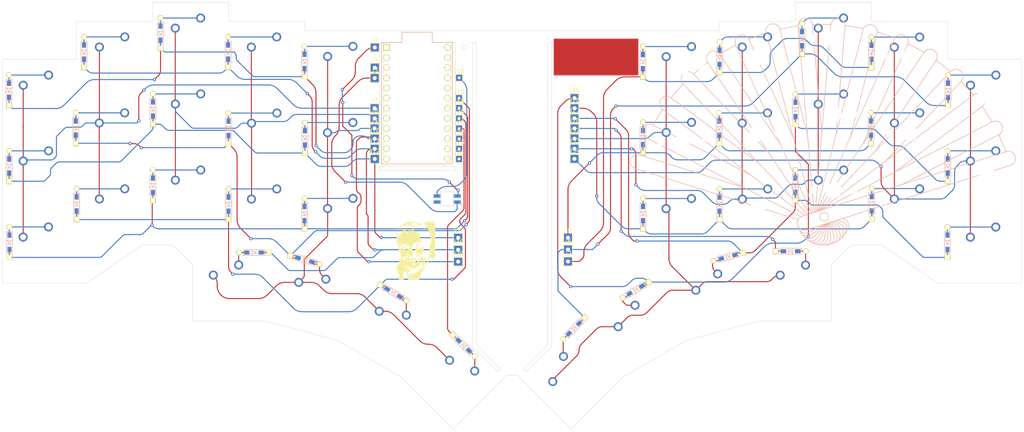
<source format=kicad_pcb>
(kicad_pcb (version 20210424) (generator pcbnew)
  (layers (0 "F.Cu" signal) (31 "B.Cu" signal) (34 "B.Paste" user) (35 "F.Paste" user) (36 "B.SilkS" user "B.Silkscreen") (37 "F.SilkS" user "F.Silkscreen") (38 "B.Mask" user) (39 "F.Mask" user) (44 "Edge.Cuts" user))
  (net 0 "")
  (net 1 "ROW0")
  (net 2 "Net-(D1-Pad2)")
  (net 3 "ROW1")
  (net 4 "Net-(D2-Pad2)")
  (net 5 "Net-(D3-Pad2)")
  (net 6 "Net-(D4-Pad2)")
  (net 7 "Net-(D5-Pad2)")
  (net 8 "ROW2")
  (net 9 "Net-(D6-Pad2)")
  (net 10 "ROW3")
  (net 11 "Net-(D7-Pad2)")
  (net 12 "Net-(D8-Pad2)")
  (net 13 "Net-(D9-Pad2)")
  (net 14 "Net-(D10-Pad2)")
  (net 15 "ROW4")
  (net 16 "Net-(D11-Pad2)")
  (net 17 "ROW5")
  (net 18 "Net-(D12-Pad2)")
  (net 19 "Net-(D13-Pad2)")
  (net 20 "Net-(D14-Pad2)")
  (net 21 "Net-(D15-Pad2)")
  (net 22 "Net-(D16-Pad2)")
  (net 23 "Net-(D17-Pad2)")
  (net 24 "ROW6")
  (net 25 "Net-(D18-Pad2)")
  (net 26 "Net-(D19-Pad2)")
  (net 27 "Net-(D20-Pad2)")
  (net 28 "Net-(D21-Pad2)")
  (net 29 "Net-(D22-Pad2)")
  (net 30 "Net-(D23-Pad2)")
  (net 31 "Net-(D24-Pad2)")
  (net 32 "Net-(D25-Pad2)")
  (net 33 "Net-(D26-Pad2)")
  (net 34 "Net-(D27-Pad2)")
  (net 35 "Net-(D28-Pad2)")
  (net 36 "Net-(D29-Pad2)")
  (net 37 "Net-(D30-Pad2)")
  (net 38 "Net-(D31-Pad2)")
  (net 39 "Net-(D32-Pad2)")
  (net 40 "Net-(D33-Pad2)")
  (net 41 "Net-(D34-Pad2)")
  (net 42 "Net-(D35-Pad2)")
  (net 43 "Net-(D36-Pad2)")
  (net 44 "Net-(D37-Pad2)")
  (net 45 "Net-(D38-Pad2)")
  (net 46 "LED")
  (net 47 "GND")
  (net 48 "COL0")
  (net 49 "COL1")
  (net 50 "COL2")
  (net 51 "VCC")
  (net 52 "COL3")
  (net 53 "COL4")
  (net 54 "COL5")
  (footprint "TestPoint:TestPoint_THTPad_2.0x2.0mm_Drill1.0mm" (layer "F.Cu") (at 161.1 77.875)
    (fp_text reference "J27")
    (fp_text value "C")
  )
  (footprint "TestPoint:TestPoint_THTPad_1.5x1.5mm_Drill0.7mm" (layer "F.Cu") (at 132.2 88.05)
    (fp_text reference "J24")
    (fp_text value "C")
  )
  (footprint "TestPoint:TestPoint_THTPad_2.0x2.0mm_Drill1.0mm" (layer "F.Cu") (at 111.1 88.05)
    (fp_text reference "J12")
    (fp_text value "C")
  )
  (footprint "MX_Only:MXOnly-1U-NoLED" (layer "F.Cu") (at 160.15 142.95 45)
    (fp_text reference "MX35")
    (fp_text value "MX-NoLED")
  )
  (footprint "TestPoint:TestPoint_THTPad_2.0x2.0mm_Drill1.0mm" (layer "F.Cu") (at 161.1 75.3375)
    (fp_text reference "J26")
    (fp_text value "C")
  )
  (footprint "TestPoint:TestPoint_THTPad_2.0x2.0mm_Drill1.0mm" (layer "F.Cu") (at 111.075 85.5)
    (fp_text reference "J11")
    (fp_text value "C")
  )
  (footprint "TestPoint:TestPoint_THTPad_1.5x1.5mm_Drill0.7mm" (layer "F.Cu") (at 132.2 80.425)
    (fp_text reference "J21")
    (fp_text value "C")
  )
  (footprint "MX_Only:MXOnly-1U-NoLED" (layer "F.Cu") (at 130.725 143 -45)
    (fp_text reference "MX19")
    (fp_text value "MX-NoLED")
  )
  (footprint "footprints:D3_TH_SMD" (layer "F.Cu") (at 199.575 112.575 -165)
    (fp_text reference "D36" hide)
    (fp_text value "D_Small" hide)
  )
  (footprint "MX_Only:MXOnly-1U-NoLED" (layer "F.Cu") (at 103.1 103.025)
    (fp_text reference "MX15")
    (fp_text value "MX-NoLED")
  )
  (footprint "TestPoint:TestPoint_THTPad_2.0x2.0mm_Drill1.0mm" (layer "F.Cu") (at 111.05 80.375)
    (fp_text reference "J9")
    (fp_text value "C")
  )
  (footprint "MX_Only:MXOnly-1U-NoLED" (layer "F.Cu") (at 206.925 62.525)
    (fp_text reference "MX20")
    (fp_text value "MX-NoLED")
  )
  (footprint "TestPoint:TestPoint_THTPad_1.5x1.5mm_Drill0.7mm" (layer "F.Cu") (at 132.2 72.8)
    (fp_text reference "J18")
    (fp_text value "C")
  )
  (footprint "MX_Only:MXOnly-1U-NoLED" (layer "F.Cu") (at 187.85 103.05)
    (fp_text reference "MX34")
    (fp_text value "MX-NoLED")
  )
  (footprint "footprints:D3_TH_SMD" (layer "F.Cu") (at 235.45 61.3 90)
    (fp_text reference "D22" hide)
    (fp_text value "D_Small" hide)
  )
  (footprint "footprints:D3_TH_SMD" (layer "F.Cu") (at 216.4 94.625 90)
    (fp_text reference "D31" hide)
    (fp_text value "D_Small" hide)
  )
  (footprint "footprints:D3_TH_SMD" (layer "F.Cu") (at 93.606239 113.364255 -16)
    (fp_text reference "D16" hide)
    (fp_text value "D_Small" hide)
  )
  (footprint "MX_Only:MXOnly-1U-NoLED" (layer "F.Cu") (at 187.875 83.95)
    (fp_text reference "MX29")
    (fp_text value "MX-NoLED")
  )
  (footprint "MX_Only:MXOnly-1U-NoLED" (layer "F.Cu") (at 264.075 72.1)
    (fp_text reference "MX23")
    (fp_text value "MX-NoLED")
  )
  (footprint "MX_Only:MXOnly-1U-NoLED" (layer "F.Cu") (at 45.95 62.525)
    (fp_text reference "MX4")
    (fp_text value "MX-NoLED")
  )
  (footprint "TestPoint:TestPoint_THTPad_1.5x1.5mm_Drill0.7mm" (layer "F.Cu") (at 132.2 77.875)
    (fp_text reference "J20")
    (fp_text value "C")
  )
  (footprint "footprints:D3_TH_SMD" (layer "F.Cu") (at 178.225 63.65 90)
    (fp_text reference "D24" hide)
    (fp_text value "D_Small" hide)
  )
  (footprint "MX_Only:MXOnly-1U-NoLED" (layer "F.Cu") (at 187.875 64.95)
    (fp_text reference "MX24")
    (fp_text value "MX-NoLED")
  )
  (footprint "MX_Only:MXOnly-1U-NoLED" (layer "F.Cu") (at 64.95 57.8)
    (fp_text reference "MX5")
    (fp_text value "MX-NoLED")
  )
  (footprint "footprints:D3_TH_SMD" (layer "F.Cu") (at 218.075 57.9 90)
    (fp_text reference "D21" hide)
    (fp_text value "D_Small" hide)
  )
  (footprint "footprints:D3_TH_SMD" (layer "F.Cu") (at 216.425 75.625 90)
    (fp_text reference "D26" hide)
    (fp_text value "D_Small" hide)
  )
  (footprint "TestPoint:TestPoint_THTPad_2.0x2.0mm_Drill1.0mm" (layer "F.Cu") (at 111.05 77.875)
    (fp_text reference "J8")
    (fp_text value "C")
  )
  (footprint "TestPoint:TestPoint_THTPad_2.0x2.0mm_Drill1.0mm" (layer "F.Cu") (at 131.975 107.8)
    (fp_text reference "J31")
    (fp_text value "C")
  )
  (footprint "footprints:D3_TH_SMD" (layer "F.Cu") (at 254.5 108.925 90)
    (fp_text reference "D33" hide)
    (fp_text value "D_Small" hide)
  )
  (footprint "MX_Only:MXOnly-1U-NoLED" (layer "F.Cu") (at 245 62.575)
    (fp_text reference "MX22")
    (fp_text value "MX-NoLED")
  )
  (footprint "footprints:D3_TH_SMD" (layer "F.Cu") (at 36.225 80.3 90)
    (fp_text reference "D7" hide)
    (fp_text value "D_Small" hide)
  )
  (footprint "footprints:D3_TH_SMD" (layer "F.Cu") (at 93.6 82.75 90)
    (fp_text reference "D10" hide)
    (fp_text value "D_Small" hide)
  )
  (footprint "MX_Only:MXOnly-1U-NoLED" (layer "F.Cu") (at 26.875 91.1)
    (fp_text reference "MX2")
    (fp_text value "MX-NoLED")
  )
  (footprint "MX_Only:MXOnly-1U-NoLED" (layer "F.Cu") (at 264.05 91.1)
    (fp_text reference "MX28")
    (fp_text value "MX-NoLED")
  )
  (footprint "MX_Only:MXOnly-1U-NoLED" (layer "F.Cu") (at 114.25 130.325 -30)
    (fp_text reference "MX18")
    (fp_text value "MX-NoLED")
  )
  (footprint "footprints:D3_TH_SMD" (layer "F.Cu") (at 235.375 80.325 90)
    (fp_text reference "D27" hide)
    (fp_text value "D_Small" hide)
  )
  (footprint "TestPoint:TestPoint_THTPad_2.0x2.0mm_Drill1.0mm" (layer "F.Cu") (at 161.1 85.4875)
    (fp_text reference "J33")
    (fp_text value "C")
  )
  (footprint "MX_Only:MXOnly-1U-NoLED" (layer "F.Cu") (at 225.95 76.85)
    (fp_text reference "MX26")
    (fp_text value "MX-NoLED")
  )
  (footprint "footprints:D3_TH_SMD" (layer "F.Cu") (at 55.55 94.65 90)
    (fp_text reference "D13" hide)
    (fp_text value "D_Small" hide)
  )
  (footprint "footprints:D3_TH_SMD" (layer "F.Cu") (at 19.5 70.825 90)
    (fp_text reference "D1" hide)
    (fp_text value "D_Small" hide)
  )
  (footprint "MX_Only:MXOnly-1U-NoLED" (layer "F.Cu") (at 245.025 81.575)
    (fp_text reference "MX27")
    (fp_text value "MX-NoLED")
  )
  (footprint "footprints:D3_TH_SMD" (layer "F.Cu") (at 133.390685 134.846651 -44)
    (fp_text reference "D18" hide)
    (fp_text value "D_Small" hide)
  )
  (footprint "MX_Only:MXOnly-1U-NoLED" (layer "F.Cu") (at 103.075 84)
    (fp_text reference "MX11")
    (fp_text value "MX-NoLED")
  )
  (footprint "footprints:D3_TH_SMD" (layer "F.Cu") (at 19.55 89.825 90)
    (fp_text reference "D6" hide)
    (fp_text value "D_Small" hide)
  )
  (footprint "MX_Only:MXOnly-1U-NoLED" (layer "F.Cu") (at 95.075 122.425 -15)
    (fp_text reference "MX17")
    (fp_text value "MX-NoLED")
  )
  (footprint "MX_Only:MXOnly-1U-NoLED" (layer "F.Cu") (at 195.825 122.425 15)
    (fp_text reference "MX37")
    (fp_text value "MX-NoLED")
  )
  (footprint "MX_Only:MXOnly-1U-NoLED" (layer "F.Cu") (at 26.875 72.1)
    (fp_text reference "MX1")
    (fp_text value "MX-NoLED")
  )
  (footprint "footprints:D3_TH_SMD" (layer "F.Cu") (at 178.275 101.75 90)
    (fp_text reference "D34" hide)
    (fp_text value "D_Small" hide)
  )
  (footprint "footprints:D3_TH_SMD" (layer "F.Cu") (at 197.45 62.55 90)
    (fp_text reference "D20" hide)
    (fp_text value "D_Small" hide)
  )
  (footprint "footprints:D3_TH_SMD" (layer "F.Cu") (at 160.975 130.55 -135)
    (fp_text reference "D38" hide)
    (fp_text value "D_Small" hide)
  )
  (footprint "footprints:D3_TH_SMD" (layer "F.Cu") (at 254.575 89.825 90)
    (fp_text reference "D28" hide)
    (fp_text value "D_Small" hide)
  )
  (footprint "TestPoint:TestPoint_THTPad_2.0x2.0mm_Drill1.0mm" (layer "F.Cu") (at 159.475 107.775)
    (fp_text reference "J6")
    (fp_text value "C")
  )
  (footprint "TestPoint:TestPoint_THTPad_2.0x2.0mm_Drill1.0mm" (layer "F.Cu") (at 131.975 110.8)
    (fp_text reference "J30")
    (fp_text value "C")
  )
  (footprint "TestPoint:TestPoint_THTPad_1.5x1.5mm_Drill0.7mm" (layer "F.Cu") (at 132.225 82.975)
    (fp_text reference "J22")
    (fp_text value "C")
  )
  (footprint "promicro:ProMicro" (layer "F.Cu") (at 121.675 74.07 -90)
    (fp_text reference "U1" hide)
    (fp_text value "ProMicro")
  )
  (footprint "TestPoint:TestPoint_THTPad_2.0x2.0mm_Drill1.0mm" (layer "F.Cu") (at 159.475 110.75)
    (fp_text reference "J5")
    (fp_text value "C")
  )
  (footprint "MX_Only:MXOnly-1U-NoLED" (layer "F.Cu") (at 225.975 95.9)
    (fp_text reference "MX31")
    (fp_text value "MX-NoLED")
  )
  (footprint "footprints:D3_TH_SMD" (layer "F.Cu") (at 115.775 121.6 -31)
    (fp_text reference "D17" hide)
    (fp_text value "D_Small" hide)
  )
  (footprint "cc:cc" (layer "F.Cu") (at 120.6 110.8)
    (fp_text reference "G***" hide)
    (fp_text value "LOGO" hide)
  )
  (footprint "TestPoint:TestPoint_THTPad_2.0x2.0mm_Drill1.0mm" (layer "F.Cu") (at 111.05 75.325)
    (fp_text reference "J7")
    (fp_text value "C")
  )
  (footprint "footprints:D3_TH_SMD" (layer "F.Cu") (at 215.225 111.175)
    (fp_text reference "D37" hide)
    (fp_text value "D_Small" hide)
  )
  (footprint "MX_Only:MXOnly-1U-NoLED" (layer "F.Cu") (at 206.95 100.65)
    (fp_text reference "MX30")
    (fp_text value "MX-NoLED")
  )
  (footprint "MX_Only:MXOnly-1U-NoLED" (layer "F.Cu") (at 103.1 64.9)
    (fp_text reference "MX7")
    (fp_text value "MX-NoLED")
  )
  (footprint "TestPoint:TestPoint_THTPad_2.0x2.0mm_Drill1.0mm" (layer "F.Cu") (at 161.1 80.4125)
    (fp_text reference "J28")
    (fp_text value "C")
  )
  (footprint "footprints:D3_TH_SMD" (layer "F.Cu") (at 38.3 61.25 90)
    (fp_text reference "D2" hide)
    (fp_text value "D_Small" hide)
  )
  (footprint "MX_Only:MXOnly-1U-NoLED" (layer "F.Cu") (at 216.425 119.725)
    (fp_text reference "MX38")
    (fp_text value "MX-NoLED")
  )
  (footprint "MX_Only:MXOnly-1U-NoLED" (layer "F.Cu") (at 74.475 119.7)
    (fp_text reference "MX16")
    (fp_text value "MX-NoLED")
  )
  (footprint "footprints:D3_TH_SMD" (layer "F.Cu") (at 74.475 99.375 90)
    (fp_text reference "D14" hide)
    (fp_text value "D_Small" hide)
  )
  (footprint "MX_Only:MXOnly-1U-NoLED" (layer "F.Cu") (at 64.975 76.825)
    (fp_text reference "MX9")
    (fp_text value "MX-NoLED")
  )
  (footprint "MX_Only:MXOnly-1U-NoLED" (layer "F.Cu") (at 84.05 81.625)
    (fp_text reference "MX10")
    (fp_text value "MX-NoLED")
  )
  (footprint "TestPoint:TestPoint_THTPad_2.0x2.0mm_Drill1.0mm" (layer "F.Cu") (at 111.075 67.775)
    (fp_text reference "J3")
    (fp_text value "C")
  )
  (footprint "MX_Only:MXOnly-1U-NoLED" (layer "F.Cu") (at 264.05 110.2)
    (fp_text reference "MX33")
    (fp_text value "MX-NoLED")
  )
  (footprint "TestPoint:TestPoint_THTPad_2.0x2.0mm_Drill1.0mm" (layer "F.Cu") (at 111.075 82.95)
    (fp_text reference "J10")
    (fp_text value "C")
  )
  (footprint "MX_Only:MXOnly-1U-NoLED" (layer "F.Cu") (at 206.9 81.6)
    (fp_text reference "MX25")
    (fp_text value "MX-NoLED")
  )
  (footprint "footprints:D3_TH_SMD" (layer "F.Cu") (at 74.375 61.25 90)
    (fp_text reference "D4" hide)
    (fp_text value "D_Small" hide)
  )
  (footprint "TestPoint:TestPoint_THTPad_2.0x2.0mm_Drill1.0mm" (layer "F.Cu") (at 111.1 60.1)
    (fp_text reference "J1")
    (fp_text value "C")
  )
  (footprint "TestPoint:TestPoint_THTPad_2.0x2.0mm_Drill1.0mm" (layer "F.Cu") (at 131.975 113.8)
    (fp_text reference "J29")
    (fp_text value "C")
  )
  (footprint "MX_Only:MXOnly-1U-NoLED" (layer "F.Cu") (at 84.025 100.65)
    (fp_text reference "MX14")
    (fp_text value "MX-NoLED")
  )
  (footprint "footprints:D3_TH_SMD" (layer "F.Cu") (at 57.45 56.5 90)
    (fp_text reference "D3" hide)
    (fp_text value "D_Small" hide)
  )
  (footprint "TestPoint:TestPoint_THTPad_1.5x1.5mm_Drill0.7mm" (layer "F.Cu") (at 132.225 85.5)
    (fp_text reference "J23")
    (fp_text value "C")
  )
  (footprint "footprints:D3_TH_SMD" (layer "F.Cu") (at 36.45 99.325 90)
    (fp_text reference "D12" hide)
    (fp_text value "D_Small" hide)
  )
  (footprint "TestPoint:TestPoint_THTPad_2.0x2.0mm_Drill1.0mm" (layer "F.Cu") (at 161.1 88.025)
    (fp_text reference "J34")
    (fp_text value "C")
  )
  (footprint "footprints:D3_TH_SMD" (layer "F.Cu") (at 197.425 99.375 90)
    (fp_text reference "D30" hide)
    (fp_text value "D_Small" hide)
  )
  (footprint "footprints:D3_TH_SMD" (layer "F.Cu") (at 19.6 108.925 90)
    (fp_text reference "D11" hide)
    (fp_text value "D_Small" hide)
  )
  (footprint "MX_Only:MXOnly-1U-NoLED" (layer "F.Cu") (at 45.95 100.625)
    (fp_text reference "MX12")
    (fp_text value "MX-NoLED")
  )
  (footprint "footprints:D3_TH_SMD" (layer "F.Cu") (at 176.425 120.875 -149)
    (fp_text reference "D35" hide)
    (fp_text value "D_Small" hide)
  )
  (footprint "footprints:D3_TH_SMD" (layer "F.Cu") (at 197.35 80.325 90)
    (fp_text reference "D25" hide)
    (fp_text value "D_Small" hide)
  )
  (footprint "TestPoint:TestPoint_THTPad_1.5x1.5mm_Drill0.7mm" (layer "F.Cu") (at 132.225 67.7)
    (fp_text reference "J16")
    (fp_text value "C")
  )
  (footprint "MX_Only:MXOnly-1U-NoLED" (layer "F.Cu") (at 64.975 95.9)
    (fp_text reference "MX13")
    (fp_text value "MX-NoLED")
  )
  (footprint "footprints:D3_TH_SMD" (layer "F.Cu") (at 80.85 111.5 180)
    (fp_text reference "D19" hide)
    (fp_text value "D_Small" hide)
  )
  (footprint "TestPoint:TestPoint_THTPad_2.0x2.0mm_Drill1.0mm" (layer "F.Cu") (at 159.475 113.75)
    (fp_text reference "J2")
    (fp_text value "C")
  )
  (footprint "footprints:D3_TH_SMD" (layer "F.Cu") (at 93.525 63.6 90)
    (fp_text reference "D5" hide)
    (fp_text value "D_Small" hide)
  )
  (footprint "MX_Only:MXOnly-1U-NoLED" (layer "F.Cu") (at 176.6 130.4 30)
    (fp_text reference "MX36")
    (fp_text value "MX-NoLED")
  )
  (footprint "MX_Only:MXOnly-1U-NoLED" (layer "F.Cu") (at 245 100.625)
    (fp_text reference "MX32")
    (fp_text value "MX-NoLED")
  )
  (footprint "footprints:D3_TH_SMD" (layer "F.Cu") (at 93.525 101.75 90)
    (fp_text reference "D15" hide)
    (fp_text value "D_Small" hide)
  )
  (footprint "MX_Only:MXOnly-1U-NoLED" (layer "F.Cu") (at 26.85 110.175)
    (fp_text reference "MX3")
    (fp_text value "MX-NoLED")
  )
  (footprint "footprints:D3_TH_SMD" (layer "F.Cu") (at 55.55 75.525 90)
    (fp_text reference "D8" hide)
    (fp_text value "D_Small" hide)
  )
  (footprint "footprints:D3_TH_SMD" (layer "F.Cu") (at 235.55 99.275 90)
    (fp_text reference "D32" hide)
    (fp_text value "D_Small" hide)
  )
  (footprint "TestPoint:TestPoint_THTPad_2.0x2.0mm_Drill1.0mm" (layer "F.Cu") (at 111.1 65.175)
    (fp_text reference "J4")
    (fp_text value "C")
  )
  (footprint "TestPoint:TestPoint_THTPad_2.0x2.0mm_Drill1.0mm" (layer "F.Cu") (at 161.1 82.95)
    (fp_text reference "J32")
    (fp_text value "C")
  )
  (footprint "footprints:D3_TH_SMD" (layer "F.Cu") (at 254.65 70.85 90)
    (fp_text reference "D23" hide)
    (fp_text value "D_Small" hide)
  )
  (footprint "MX_Only:MXOnly-1U-NoLED" (layer "F.Cu") (at 225.95 57.8)
    (fp_text reference "MX21")
    (fp_text value "MX-NoLED")
  )
  (footprint "TestPoint:TestPoint_THTPad_2.0x2.0mm_Drill1.0mm" (layer "F.Cu") (at 161.1 72.8)
    (fp_text reference "J25")
    (fp_text value "C")
  )
  (footprint "footprints:D3_TH_SMD" (layer "F.Cu") (at 74.45 80.375 90)
    (fp_text reference "D9" hide)
    (fp_text value "D_Small" hide)
  )
  (footprint "footprints:D3_TH_SMD" (layer "F.Cu") (at 178.25 82.675 90)
    (fp_text reference "D29" hide)
    (fp_text value "D_Small" hide)
  )
  (footprint "MX_Only:MXOnly-1U-NoLED" (layer "F.Cu") (at 45.925 81.575)
    (fp_text reference "MX8")
    (fp_text value "MX-NoLED")
  )
  (footprint "MX_Only:MXOnly-1U-NoLED" (layer "F.Cu") (at 84 62.55)
    (fp_text reference "MX6")
    (fp_text value "MX-NoLED")
  )
  (footprint "TestPoint:TestPoint_THTPad_1.5x1.5mm_Drill0.7mm" (layer "F.Cu") (at 132.225 75.3)
    (fp_text reference "J19")
    (fp_text value "C")
  )
  (footprint "footprints:YS-SK6812MINI-E" (layer "B.Cu") (at 129.225 98.1 180)
    (fp_text reference "LED1")
    (fp_text value "SK6812MINI-E")
  )
  (gr_poly (pts (xy 177 67) (xy 156 67) (xy 156 58) (xy 177 58)) (layer "F.Cu") (width 0.2) (fill solid))
  (gr_line (start 226.627077 81.845608) (end 228.870421 54.599299) (layer "B.SilkS") (width 0.1536))
  (gr_line (start 219.477595 101.962144) (end 188.308734 69.228986) (layer "B.SilkS") (width 0.1536))
  (gr_arc (start 179.935723 81.157797) (end 180.755082 79.554478) (angle -180) (layer "B.SilkS") (width 0.1536))
  (gr_arc (start 218.932603 104.888502) (end 217.138723 105.043169) (angle -112.3369873) (layer "B.SilkS") (width 0.1536))
  (gr_arc (start 184.217369 74.163435) (end 185.294312 72.720479) (angle -180) (layer "B.SilkS") (width 0.1536))
  (gr_line (start 228.870421 54.599299) (end 233.443716 55.305867) (layer "B.SilkS") (width 0.1536))
  (gr_line (start 221.396914 101.353369) (end 225.294691 54.301921) (layer "B.SilkS") (width 0.1536))
  (gr_line (start 221.920512 107.831603) (end 224.349161 104.194841) (layer "B.SilkS") (width 0.1536))
  (gr_line (start 227.348545 106.223197) (end 225.696455 103.767503) (layer "B.SilkS") (width 0.1536))
  (gr_line (start 226.053581 107.335953) (end 225.167906 103.935149) (layer "B.SilkS") (width 0.1536))
  (gr_line (start 190.916628 66.745722) (end 194.474526 63.809973) (layer "B.SilkS") (width 0.1536))
  (gr_line (start 180.755082 79.554478) (end 183.140426 75.606391) (layer "B.SilkS") (width 0.1536))
  (gr_line (start 212.559673 55.523497) (end 217.094756 54.680739) (layer "B.SilkS") (width 0.1536))
  (gr_line (start 236.471516 86.042312) (end 251.654681 63.306396) (layer "B.SilkS") (width 0.1536))
  (gr_line (start 263.197232 74.886154) (end 265.700112 78.760796) (layer "B.SilkS") (width 0.1536))
  (gr_arc (start 218.675774 104.105404) (end 218.131403 102.389133) (angle -180) (layer "B.SilkS") (width 0.1536))
  (gr_line (start 221.127065 107.508434) (end 224.222909 104.234886) (layer "B.SilkS") (width 0.1536))
  (gr_line (start 217.802023 102.531083) (end 179.116365 82.761116) (layer "B.SilkS") (width 0.1536))
  (gr_line (start 221.128815 101.438405) (end 217.094756 54.680739) (layer "B.SilkS") (width 0.1536))
  (gr_line (start 223.032506 81.609555) (end 220.682483 54.371202) (layer "B.SilkS") (width 0.1536))
  (gr_arc (start 227.125183 106.187391) (end 228.050513 107.732027) (angle -112.3422313) (layer "B.SilkS") (width 0.1536))
  (gr_arc (start 221.112964 107.28264) (end 219.808947 108.524198) (angle -112.3369873) (layer "B.SilkS") (width 0.1536))
  (gr_line (start 222.605651 100.969979) (end 265.700112 78.760796) (layer "B.SilkS") (width 0.1536))
  (gr_arc (start 189.612681 67.987354) (end 190.916628 66.745722) (angle -180) (layer "B.SilkS") (width 0.1536))
  (gr_line (start 177.42784 87.053653) (end 179.116365 82.761116) (layer "B.SilkS") (width 0.1536))
  (gr_line (start 221.848122 101.210254) (end 241.35147 57.683518) (layer "B.SilkS") (width 0.1536))
  (gr_arc (start 220.423163 106.831666) (end 218.929184 107.836631) (angle -112.3369873) (layer "B.SilkS") (width 0.1536))
  (gr_line (start 241.343238 91.313367) (end 263.197232 74.886154) (layer "B.SilkS") (width 0.1536))
  (gr_line (start 233.442937 84.093936) (end 244.593931 59.131798) (layer "B.SilkS") (width 0.1536))
  (gr_line (start 220.461227 101.650153) (end 201.462711 59.503237) (layer "B.SilkS") (width 0.1536))
  (gr_line (start 207.204323 89.072904) (end 185.294312 72.720479) (layer "B.SilkS") (width 0.1536))
  (gr_line (start 222.246449 101.083911) (end 255.299173 66.133929) (layer "B.SilkS") (width 0.1536))
  (gr_arc (start 219.317281 105.617355) (end 217.574842 106.071047) (angle -112.3369873) (layer "B.SilkS") (width 0.1536))
  (gr_line (start 230.14699 82.689198) (end 236.98429 56.217809) (layer "B.SilkS") (width 0.1536))
  (gr_line (start 219.450067 81.980499) (end 212.559673 55.523497) (layer "B.SilkS") (width 0.1536))
  (gr_line (start 223.612651 108.059214) (end 224.627673 104.106502) (layer "B.SilkS") (width 0.1536))
  (gr_arc (start 226.533926 106.761515) (end 227.206232 108.431824) (angle -111.6731399) (layer "B.SilkS") (width 0.1536))
  (gr_line (start 215.980775 82.947724) (end 204.74566 58.023386) (layer "B.SilkS") (width 0.1536))
  (gr_line (start 221.636061 101.277516) (end 233.443716 55.305867) (layer "B.SilkS") (width 0.1536))
  (gr_line (start 220.399149 107.056622) (end 224.10206 104.273217) (layer "B.SilkS") (width 0.1536))
  (gr_arc (start 225.106633 107.574246) (end 225.167289 109.373709) (angle -112.3324564) (layer "B.SilkS") (width 0.1536))
  (gr_line (start 236.98429 56.217809) (end 241.35147 57.683518) (layer "B.SilkS") (width 0.1536))
  (gr_arc (start 223.490851 107.868566) (end 222.95225 109.586657) (angle -112.3370345) (layer "B.SilkS") (width 0.1536))
  (gr_arc (start 222.6689 107.808557) (end 221.849455 109.411815) (angle -112.3851285) (layer "B.SilkS") (width 0.1536))
  (gr_arc (start 176.889294 88.771938) (end 177.42784 87.053653) (angle -180.0001969) (layer "B.SilkS") (width 0.1536))
  (gr_arc (start 203.104186 58.763312) (end 204.74566 58.023386) (angle -179.9999999) (layer "B.SilkS") (width 0.1536))
  (gr_arc (start 235.067535 56.330495) (end 236.98429 56.217809) (angle -144.3835826) (layer "B.SilkS") (width 0.1536))
  (gr_line (start 251.654681 63.306396) (end 255.299173 66.133929) (layer "B.SilkS") (width 0.1536))
  (gr_line (start 243.047688 94.486119) (end 267.349775 81.961784) (layer "B.SilkS") (width 0.1536))
  (gr_arc (start 227.979484 104.784645) (end 229.364081 105.935654) (angle -112.3347018) (layer "B.SilkS") (width 0.1536))
  (gr_line (start 218.131403 102.389133) (end 269.166503 86.201685) (layer "B.SilkS") (width 0.1536))
  (gr_line (start 244.593931 59.131798) (end 248.660803 61.307077) (layer "B.SilkS") (width 0.1536))
  (gr_line (start 220.821805 101.535784) (end 209.074842 56.431079) (layer "B.SilkS") (width 0.1536))
  (gr_arc (start 262.115363 73.446887) (end 263.197232 74.886154) (angle -180) (layer "B.SilkS") (width 0.1536))
  (gr_line (start 228.430963 103.91878) (end 227.201028 103.290278) (layer "B.SilkS") (width 0.1536))
  (gr_arc (start 227.611641 105.522137) (end 228.78332 106.889328) (angle -112.3362678) (layer "B.SilkS") (width 0.1536))
  (gr_line (start 197.462371 61.799875) (end 201.462711 59.503237) (layer "B.SilkS") (width 0.1536))
  (gr_line (start 228.517974 103.066519) (end 228.210404 102.970122) (layer "B.SilkS") (width 0.1536))
  (gr_arc (start 221.868697 107.611382) (end 220.791673 109.054277) (angle -112.3369873) (layer "B.SilkS") (width 0.1536))
  (gr_line (start 220.024934 101.788537) (end 194.474526 63.809973) (layer "B.SilkS") (width 0.1536))
  (gr_line (start 267.349775 81.961784) (end 269.166503 86.201685) (layer "B.SilkS") (width 0.1536))
  (gr_line (start 185.294312 72.720479) (end 188.308734 69.228986) (layer "B.SilkS") (width 0.1536))
  (gr_line (start 218.758942 102.190088) (end 183.140426 75.606391) (layer "B.SilkS") (width 0.1536))
  (gr_arc (start 269.710875 87.917957) (end 270.255246 89.634228) (angle -180) (layer "B.SilkS") (width 0.1536))
  (gr_line (start 222.056116 101.144282) (end 248.660803 61.307077) (layer "B.SilkS") (width 0.1536))
  (gr_line (start 219.220146 105.821676) (end 270.255246 89.634228) (layer "B.SilkS") (width 0.1536))
  (gr_line (start 203.516003 95.230337) (end 177.42784 87.053653) (layer "B.SilkS") (width 0.1536))
  (gr_line (start 220.682483 54.371202) (end 225.294691 54.301921) (layer "B.SilkS") (width 0.1536))
  (gr_line (start 219.757435 106.488996) (end 223.984643 104.31046) (layer "B.SilkS") (width 0.1536))
  (gr_arc (start 210.81819 55.980868) (end 212.559673 55.523497) (angle -179.7645898) (layer "B.SilkS") (width 0.1536))
  (gr_line (start 222.428637 101.026125) (end 261.033495 72.00762) (layer "B.SilkS") (width 0.1536))
  (gr_line (start 209.769714 86.545004) (end 190.916628 66.745722) (layer "B.SilkS") (width 0.1536))
  (gr_arc (start 266.524943 80.36129) (end 267.349775 81.961784) (angle -180) (layer "B.SilkS") (width 0.1536))
  (gr_line (start 217.087258 103.257735) (end 176.350754 90.490224) (layer "B.SilkS") (width 0.1536))
  (gr_arc (start 256.607356 67.371097) (end 257.915539 68.608266) (angle -180) (layer "B.SilkS") (width 0.1536))
  (gr_arc (start 219.818882 106.271266) (end 218.177366 107.011099) (angle -112.3369873) (layer "B.SilkS") (width 0.1536))
  (gr_circle (center 223.612651 102.531083) (end 224.696419 102.531083) (layer "B.SilkS") (width 0.1536) (fill none))
  (gr_line (start 212.723155 84.483766) (end 197.462371 61.799875) (layer "B.SilkS") (width 0.1536))
  (gr_line (start 257.915539 68.608266) (end 261.033495 72.00762) (layer "B.SilkS") (width 0.1536))
  (gr_arc (start 195.968449 62.804924) (end 197.462371 61.799875) (angle -180) (layer "B.SilkS") (width 0.1536))
  (gr_line (start 224.463414 107.955684) (end 224.783037 104.057223) (layer "B.SilkS") (width 0.1536))
  (gr_line (start 225.284721 107.713785) (end 224.964261 103.999742) (layer "B.SilkS") (width 0.1536))
  (gr_line (start 226.74808 106.834379) (end 225.407084 103.859286) (layer "B.SilkS") (width 0.1536))
  (gr_arc (start 225.859993 107.236181) (end 226.200722 109.004182) (angle -113.327578) (layer "B.SilkS") (width 0.1536))
  (gr_arc (start 242.839274 58.706378) (end 244.593931 59.131798) (angle -159.1200914) (layer "B.SilkS") (width 0.1536))
  (gr_line (start 228.20211 104.744351) (end 226.536248 103.501135) (layer "B.SilkS") (width 0.1536))
  (gr_line (start 204.74566 58.023386) (end 209.074842 56.431079) (layer "B.SilkS") (width 0.1536))
  (gr_arc (start 224.311166 107.789733) (end 224.068677 109.573865) (angle -112.3372468) (layer "B.SilkS") (width 0.1536))
  (gr_line (start 239.130233 88.471868) (end 257.915539 68.608266) (layer "B.SilkS") (width 0.1536))
  (gr_line (start 205.099832 91.995682) (end 180.755082 79.554478) (layer "B.SilkS") (width 0.1536))
  (gr_arc (start 227.068727 54.616899) (end 228.870421 54.599299) (angle -169.372403) (layer "B.SilkS") (width 0.1536))
  (gr_arc (start 218.889091 54.531436) (end 220.682483 54.371202) (angle -179.6508438) (layer "B.SilkS") (width 0.1536))
  (gr_line (start 227.837864 105.519873) (end 226.059548 103.652336) (layer "B.SilkS") (width 0.1536))
  (gr_arc (start 250.133927 62.342398) (end 251.654681 63.306396) (angle -177.2705555) (layer "B.SilkS") (width 0.1536))
  (gr_line (start 222.756958 108.016951) (end 224.483133 104.152348) (layer "B.SilkS") (width 0.1536))
  (gr_line (start 273.058027 119.163207) (end 273.058027 63.064007) (layer "Edge.Cuts") (width 0.08))
  (gr_line (start 235.483377 53.538907) (end 235.483377 48.776907) (layer "Edge.Cuts") (width 0.08))
  (gr_line (start 207.433727 128.688407) (end 225.433027 128.688407) (layer "Edge.Cuts") (width 0.08))
  (gr_line (start 36.402423 63.064007) (end 36.402423 53.538907) (layer "Edge.Cuts") (width 0.08))
  (gr_line (start 131.273425 55.914729) (end 131.273425 55.920207) (layer "Edge.Cuts") (width 0.08))
  (gr_line (start 118.012645 142.982332) (end 117.563258 142.637122) (layer "Edge.Cuts") (width 0.08))
  (gr_line (start 154.37547 58.901401) (end 155.37547 58.901401) (layer "Edge.Cuts") (width 0.08))
  (gr_line (start 133.4679 55.920207) (end 134.4679 55.920207) (layer "Edge.Cuts") (width 0.08))
  (gr_line (start 206.872151 128.76053) (end 207.433727 128.688407) (layer "Edge.Cuts") (width 0.08))
  (gr_line (start 225.433027 128.688407) (end 225.433027 114.638207) (layer "Edge.Cuts") (width 0.08))
  (gr_line (start 252.008027 119.163207) (end 238.008727 109.638207) (layer "Edge.Cuts") (width 0.08))
  (gr_line (start 273.058027 119.163207) (end 252.008027 119.163207) (layer "Edge.Cuts") (width 0.08))
  (gr_line (start 74.502423 53.538907) (end 74.502423 48.776907) (layer "Edge.Cuts") (width 0.08))
  (gr_line (start 113.273425 88.03762) (end 112.273425 88.03762) (layer "Edge.Cuts") (width 0.08))
  (gr_line (start 197.383377 55.920207) (end 197.383377 53.538907) (layer "Edge.Cuts") (width 0.08))
  (gr_line (start 154.37547 58.901401) (end 154.37547 134.66046) (layer "Edge.Cuts") (width 0.08))
  (gr_rect (start 127.5 99.775) (end 131.025 96.275) (layer "Edge.Cuts") (width 0.1) (fill none))
  (gr_line (start 36.402423 63.064007) (end 17.877773 63.064007) (layer "Edge.Cuts") (width 0.08))
  (gr_line (start 113.273425 89.914729) (end 112.273425 89.914729) (layer "Edge.Cuts") (width 0.08))
  (gr_line (start 197.383377 53.538907) (end 216.433377 53.538907) (layer "Edge.Cuts") (width 0.08))
  (gr_line (start 216.433377 53.538907) (end 216.433377 48.776907) (layer "Edge.Cuts") (width 0.08))
  (gr_line (start 160.195418 155.70985) (end 172.923154 142.982332) (layer "Edge.Cuts") (width 0.08))
  (gr_line (start 173.372542 142.637122) (end 188.961535 133.637835) (layer "Edge.Cuts") (width 0.08))
  (gr_line (start 155.37547 58.901401) (end 155.37547 135.074678) (layer "Edge.Cuts") (width 0.08))
  (gr_line (start 148.376735 140.659092) (end 154.37547 134.66046) (layer "Edge.Cuts") (width 0.08))
  (gr_line (start 101.451285 133.420429) (end 84.063649 128.76053) (layer "Edge.Cuts") (width 0.08))
  (gr_line (start 134.4679 55.920207) (end 156.4679 55.920207) (layer "Edge.Cuts") (width 0.08))
  (gr_line (start 36.402423 53.538907) (end 55.452423 53.538907) (layer "Edge.Cuts") (width 0.08))
  (gr_line (start 112.273425 58.901401) (end 112.273425 88.03762) (layer "Edge.Cuts") (width 0.08))
  (gr_line (start 254.533377 53.538907) (end 235.483377 53.538907) (layer "Edge.Cuts") (width 0.08))
  (gr_line (start 135.560329 58.901401) (end 135.560329 135.074678) (layer "Edge.Cuts") (width 0.08))
  (gr_line (start 17.877773 119.163207) (end 38.927773 119.163207) (layer "Edge.Cuts") (width 0.08))
  (gr_line (start 225.433027 114.638207) (end 230.433027 109.638207) (layer "Edge.Cuts") (width 0.08))
  (gr_line (start 130.273425 88.03762) (end 131.273425 88.03762) (layer "Edge.Cuts") (width 0.08))
  (gr_line (start 172.923154 142.982332) (end 173.372542 142.637122) (layer "Edge.Cuts") (width 0.08))
  (gr_line (start 189.484514 133.420429) (end 206.872151 128.76053) (layer "Edge.Cuts") (width 0.08))
  (gr_line (start 112.273425 55.914729) (end 112.273425 55.920207) (layer "Edge.Cuts") (width 0.08))
  (gr_line (start 60.502773 109.638207) (end 52.927073 109.638207) (layer "Edge.Cuts") (width 0.08))
  (gr_line (start 144.175 142.275) (end 130.740382 155.70985) (layer "Edge.Cuts") (width 0.08))
  (gr_line (start 146.760799 142.275) (end 160.195418 155.70985) (layer "Edge.Cuts") (width 0.08))
  (gr_line (start 130.273425 58.901401) (end 131.273425 58.901401) (layer "Edge.Cuts") (width 0.08))
  (gr_line (start 65.502773 128.688407) (end 65.502773 114.638207) (layer "Edge.Cuts") (width 0.08))
  (gr_circle (center 133.475 60.05) (end 133.9 59.675) (layer "Edge.Cuts") (width 0.1) (fill none))
  (gr_line (start 157.4679 55.920207) (end 197.383377 55.920207) (layer "Edge.Cuts") (width 0.08))
  (gr_line (start 130.273425 89.914729) (end 131.273425 89.914729) (layer "Edge.Cuts") (width 0.08))
  (gr_line (start 149.083835 141.366205) (end 155.37547 135.074678) (layer "Edge.Cuts") (width 0.08))
  (gr_line (start 156.4679 55.920207) (end 157.4679 55.920207) (layer "Edge.Cuts") (width 0.08))
  (gr_line (start 117.563258 142.637122) (end 101.974264 133.637835) (layer "Edge.Cuts") (width 0.08))
  (gr_line (start 38.927773 119.163207) (end 52.927073 109.638207) (layer "Edge.Cuts") (width 0.08))
  (gr_line (start 230.433027 109.638207) (end 238.008727 109.638207) (layer "Edge.Cuts") (width 0.08))
  (gr_line (start 141.851964 141.366205) (end 142.559065 140.659092) (layer "Edge.Cuts") (width 0.08))
  (gr_line (start 188.961535 133.637835) (end 189.484514 133.420429) (layer "Edge.Cuts") (width 0.08))
  (gr_line (start 112.273425 89.914729) (end 112.273425 90.914729) (layer "Edge.Cuts") (width 0.08))
  (gr_line (start 235.483377 48.776907) (end 216.433377 48.776907) (layer "Edge.Cuts") (width 0.08))
  (gr_line (start 131.273425 58.901401) (end 131.273425 88.03762) (layer "Edge.Cuts") (width 0.08))
  (gr_line (start 131.273425 89.914729) (end 131.273425 90.914729) (layer "Edge.Cuts") (width 0.08))
  (gr_line (start 112.273425 90.914729) (end 131.273425 90.914729) (layer "Edge.Cuts") (width 0.08))
  (gr_line (start 133.4679 55.920207) (end 131.273425 55.920207) (layer "Edge.Cuts") (width 0.08))
  (gr_line (start 141.851964 141.366205) (end 135.560329 135.074678) (layer "Edge.Cuts") (width 0.08))
  (gr_line (start 254.533377 63.064007) (end 254.533377 53.538907) (layer "Edge.Cuts") (width 0.08))
  (gr_line (start 136.560329 58.901401) (end 136.560329 134.66046) (layer "Edge.Cuts") (width 0.08))
  (gr_line (start 65.502773 114.638207) (end 60.502773 109.638207) (layer "Edge.Cuts") (width 0.08))
  (gr_line (start 144.175 142.275) (end 146.760799 142.275) (layer "Edge.Cuts") (width 0.08))
  (gr_line (start 135.560329 58.901401) (end 136.560329 58.901401) (layer "Edge.Cuts") (width 0.08))
  (gr_line (start 112.273425 55.914729) (end 131.273425 55.914729) (layer "Edge.Cuts") (width 0.08))
  (gr_line (start 254.533377 63.064007) (end 273.058027 63.064007) (layer "Edge.Cuts") (width 0.08))
  (gr_line (start 17.877773 119.163207) (end 17.877773 63.064007) (layer "Edge.Cuts") (width 0.08))
  (gr_line (start 93.552423 53.538907) (end 74.502423 53.538907) (layer "Edge.Cuts") (width 0.08))
  (gr_line (start 112.273425 55.920207) (end 93.552423 55.920207) (layer "Edge.Cuts") (width 0.08))
  (gr_line (start 130.740382 155.70985) (end 118.012645 142.982332) (layer "Edge.Cuts") (width 0.08))
  (gr_line (start 130.273425 58.901401) (end 130.273425 88.03762) (layer "Edge.Cuts") (width 0.08))
  (gr_line (start 148.376735 140.659092) (end 149.083835 141.366205) (layer "Edge.Cuts") (width 0.08))
  (gr_line (start 112.273425 58.901401) (end 113.273425 58.901401) (layer "Edge.Cuts") (width 0.08))
  (gr_line (start 142.559065 140.659092) (end 136.560329 134.66046) (layer "Edge.Cuts") (width 0.08))
  (gr_line (start 83.502073 128.688407) (end 65.502773 128.688407) (layer "Edge.Cuts") (width 0.08))
  (gr_line (start 93.552423 55.920207) (end 93.552423 53.538907) (layer "Edge.Cuts") (width 0.08))
  (gr_line (start 101.974264 133.637835) (end 101.451285 133.420429) (layer "Edge.Cuts") (width 0.08))
  (gr_line (start 55.452423 53.538907) (end 55.452423 48.776907) (layer "Edge.Cuts") (width 0.08))
  (gr_line (start 84.063649 128.76053) (end 83.502073 128.688407) (layer "Edge.Cuts") (width 0.08))
  (gr_line (start 113.273425 89.914729) (end 130.273425 89.914729) (layer "Edge.Cuts") (width 0.08))
  (gr_line (start 113.273425 58.901401) (end 113.273425 88.03762) (layer "Edge.Cuts") (width 0.08))
  (gr_line (start 55.452423 48.776907) (end 74.502423 48.776907) (layer "Edge.Cuts") (width 0.08))
  (segment (start 168.375 104.032359) (end 168.375 72.742641) (width 0.25) (layer "F.Cu") (net 1))
  (segment (start 106.725 100.414214) (end 106.725 110.810786) (width 0.25) (layer "F.Cu") (net 1))
  (segment (start 164.32868 109.32132) (end 167.496321 106.153679) (width 0.25) (layer "F.Cu") (net 1))
  (segment (start 107.017893 111.517893) (end 109.3 113.8) (width 0.25) (layer "F.Cu") (net 1))
  (segment (start 107.357107 99.367893) (end 107.017893 99.707107) (width 0.25) (layer "F.Cu") (net 1))
  (segment (start 107.257107 82.842893) (end 106.792893 83.307107) (width 0.25) (layer "F.Cu") (net 1))
  (segment (start 95.49632 69.38132) (end 93.525 67.41) (width 0.25) (layer "F.Cu") (net 1))
  (segment (start 57.45 60.31) (end 57.45 65.796573) (width 0.25) (layer "F.Cu") (net 1))
  (segment (start 57.45 58.275) (end 57.45 60.31) (width 0.25) (layer "F.Cu") (net 1))
  (segment (start 106.792893 96.317893) (end 107.357107 96.882107) (width 0.25) (layer "F.Cu") (net 1))
  (segment (start 93.525 65.375) (end 93.525 67.41) (width 0.25) (layer "F.Cu") (net 1))
  (segment (start 159.475 113.75) (end 161.910786 113.75) (width 0.25) (layer "F.Cu") (net 1))
  (segment (start 111.075 82.95) (end 110.967893 82.842893) (width 0.25) (layer "F.Cu") (net 1))
  (segment (start 173.657641 67.46) (end 178.225 67.46) (width 0.25) (layer "F.Cu") (net 1))
  (segment (start 96.375 84.725) (end 96.375 71.502641) (width 0.25) (layer "F.Cu") (net 1))
  (segment (start 109.3 113.8) (end 109.65 113.8) (width 0.25) (layer "F.Cu") (net 1))
  (segment (start 178.225 65.425) (end 178.225 67.46) (width 0.25) (layer "F.Cu") (net 1))
  (segment (start 169.25368 70.62132) (end 171.536321 68.338679) (width 0.25) (layer "F.Cu") (net 1))
  (segment (start 106.5 84.014214) (end 106.5 95.610786) (width 0.25) (layer "F.Cu") (net 1))
  (segment (start 19.5 72.6) (end 19.5 74.635) (width 0.25) (layer "F.Cu") (net 1))
  (segment (start 197.45 64.325) (end 197.45 66.36) (width 0.25) (layer "F.Cu") (net 1))
  (segment (start 162.617893 113.457107) (end 163.157107 112.917893) (width 0.25) (layer "F.Cu") (net 1))
  (segment (start 163.45 112.210786) (end 163.45 111.442641) (width 0.25) (layer "F.Cu") (net 1))
  (segment (start 110.260786 82.55) (end 107.964214 82.55) (width 0.25) (layer "F.Cu") (net 1))
  (segment (start 107.65 97.589214) (end 107.65 98.660786) (width 0.25) (layer "F.Cu") (net 1))
  (segment (start 56.864213 67.210787) (end 55.925 68.15) (width 0.25) (layer "F.Cu") (net 1))
  (segment (start 235.45 63.075) (end 235.45 65.11) (width 0.25) (layer "F.Cu") (net 1))
  (via (at 109.65 113.8) (size 0.8) (drill 0.4) (layers "F.Cu" "B.Cu") (net 1))
  (via (at 96.375 84.725) (size 0.8) (drill 0.4) (layers "F.Cu" "B.Cu") (net 1))
  (via (at 55.925 68.15) (size 0.8) (drill 0.4) (layers "F.Cu" "B.Cu") (net 1))
  (arc (start 169.25368 70.62132) (mid 168.603361 71.59459) (end 168.375 72.742641) (width 0.25) (layer "F.Cu") (net 1))
  (arc (start 106.792893 83.307107) (mid 106.57612 83.63153) (end 106.5 84.014214) (width 0.25) (layer "F.Cu") (net 1))
  (arc (start 107.357107 99.367893) (mid 107.57388 99.04347) (end 107.65 98.660786) (width 0.25) (layer "F.Cu") (net 1))
  (arc (start 107.964214 82.55) (mid 107.581531 82.62612) (end 107.257107 82.842893) (width 0.25) (layer "F.Cu") (net 1))
  (arc (start 106.725 110.810786) (mid 106.80112 111.193469) (end 107.017893 111.517893) (width 0.25) (layer "F.Cu") (net 1))
  (arc (start 106.5 95.610786) (mid 106.57612 95.993469) (end 106.792893 96.317893) (width 0.25) (layer "F.Cu") (net 1))
  (arc (start 164.32868 109.32132) (mid 163.678361 110.29459) (end 163.45 111.442641) (width 0.25) (layer "F.Cu") (net 1))
  (arc (start 171.536321 68.338679) (mid 172.509591 67.688361) (end 173.657641 67.46) (width 0.25) (layer "F.Cu") (net 1))
  (arc (start 168.375 104.032359) (mid 168.146639 105.180409) (end 167.496321 106.153679) (width 0.25) (layer "F.Cu") (net 1))
  (arc (start 162.617893 113.457107) (mid 162.29347 113.67388) (end 161.910786 113.75) (width 0.25) (layer "F.Cu") (net 1))
  (arc (start 163.157107 112.917893) (mid 163.37388 112.59347) (end 163.45 112.210786) (width 0.25) (layer "F.Cu") (net 1))
  (arc (start 107.65 97.589214) (mid 107.57388 97.206531) (end 107.357107 96.882107) (width 0.25) (layer "F.Cu") (net 1))
  (arc (start 95.49632 69.38132) (mid 96.146639 70.35459) (end 96.375 71.502641) (width 0.25) (layer "F.Cu") (net 1))
  (arc (start 110.260786 82.55) (mid 110.643469 82.62612) (end 110.967893 82.842893) (width 0.25) (layer "F.Cu") (net 1))
  (arc (start 57.45 65.796573) (mid 57.297759 66.56194) (end 56.864213 67.210787) (width 0.25) (layer "F.Cu") (net 1))
  (arc (start 107.017893 99.707107) (mid 106.80112 100.03153) (end 106.725 100.414214) (width 0.25) (layer "F.Cu") (net 1))
  (segment (start 235.45 65.11) (end 229.163427 65.11) (width 0.25) (layer "B.Cu") (net 1))
  (segment (start 76.107107 61.507107) (end 75.85 61.25) (width 0.25) (layer "B.Cu") (net 1))
  (segment (start 97.539213 85.889213) (end 96.375 84.725) (width 0.25) (layer "B.Cu") (net 1))
  (segment (start 197.45 64.325) (end 197.45 66.36) (width 0.25) (layer "B.Cu") (net 1))
  (segment (start 38.79632 69.02868) (end 33.303679 74.521321) (width 0.25) (layer "B.Cu") (net 1))
  (segment (start 210.1 62.203427) (end 210.1 63.646573) (width 0.25) (layer "B.Cu") (net 1))
  (segment (start 75.85 61.25) (end 58.804214 61.25) (width 0.25) (layer "B.Cu") (net 1))
  (segment (start 107.921573 82.275) (end 107.453427 82.275) (width 0.25) (layer "B.Cu") (net 1))
  (segment (start 106.039213 82.860787) (end 105.65 83.25) (width 0.25) (layer "B.Cu") (net 1))
  (segment (start 219.914213 59.064213) (end 219.285786 58.435786) (width 0.25) (layer "B.Cu") (net 1))
  (segment (start 227.749213 64.524213) (end 223.460786 60.235786) (width 0.25) (layer "B.Cu") (net 1))
  (segment (start 105.064213 85.660787) (end 104.835786 85.889214) (width 0.25) (layer "B.Cu") (net 1))
  (segment (start 31.182359 75.4) (end 20.265 75.4) (width 0.25) (layer "B.Cu") (net 1))
  (segment (start 178.829213 68.064213) (end 178.225 67.46) (width 0.25) (layer "B.Cu") (net 1))
  (segment (start 55.925 68.15) (end 40.917641 68.15) (width 0.25) (layer "B.Cu") (net 1))
  (segment (start 222.046573 59.65) (end 221.328427 59.65) (width 0.25) (layer "B.Cu") (net 1))
  (segment (start 93.525 65.375) (end 93.525 67.41) (width 0.25) (layer "B.Cu") (net 1))
  (segment (start 103.421573 86.475) (end 98.953427 86.475) (width 0.25) (layer "B.Cu") (net 1))
  (segment (start 58.097107 60.957107) (end 57.45 60.31) (width 0.25) (layer "B.Cu") (net 1))
  (segment (start 105.65 83.25) (end 105.65 84.246573) (width 0.25) (layer "B.Cu") (net 1))
  (segment (start 213.039213 58.435787) (end 210.685786 60.789214) (width 0.25) (layer "B.Cu") (net 1))
  (segment (start 57.45 58.275) (end 57.45 60.31) (width 0.25) (layer "B.Cu") (net 1))
  (segment (start 111.075 82.95) (end 109.425 82.95) (width 0.25) (layer "B.Cu") (net 1))
  (segment (start 217.871573 57.85) (end 214.453427 57.85) (width 0.25) (layer "B.Cu") (net 1))
  (segment (start 19.5 72.6) (end 19.5 74.635) (width 0.25) (layer "B.Cu") (net 1))
  (segment (start 178.225 65.425) (end 178.225 67.46) (width 0.25) (layer "B.Cu") (net 1))
  (segment (start 93.525 67.41) (end 81.074214 67.41) (width 0.25) (layer "B.Cu") (net 1))
  (segment (start 76.4 62.735786) (end 76.4 62.214214) (width 0.25) (layer "B.Cu") (net 1))
  (segment (start 109.425 82.95) (end 109.335786 82.860786) (width 0.25) (layer "B.Cu") (net 1))
  (segment (start 109.65 113.8) (end 131.975 113.8) (width 0.25) (layer "B.Cu") (net 1))
  (segment (start 20.265 75.4) (end 19.5 74.635) (width 0.25) (layer "B.Cu") (net 1))
  (segment (start 235.45 63.075) (end 235.45 65.11) (width 0.25) (layer "B.Cu") (net 1))
  (segment (start 197.45 66.36) (end 195.745786 68.064214) (width 0.25) (layer "B.Cu") (net 1))
  (segment (start 207.386573 66.36) (end 197.45 66.36) (width 0.25) (layer "B.Cu") (net 1))
  (segment (start 209.514213 65.060787) (end 208.800786 65.774214) (width 0.25) (layer "B.Cu") (net 1))
  (segment (start 80.367107 67.117107) (end 76.692893 63.442893) (width 0.25) (layer "B.Cu") (net 1))
  (segment (start 194.331573 68.65) (end 180.243427 68.65) (width 0.25) (layer "B.Cu") (net 1))
  (arc (start 31.182359 75.4) (mid 32.330409 75.171639) (end 33.303679 74.521321) (width 0.25) (layer "B.Cu") (net 1))
  (arc (start 76.4 62.735786) (mid 76.47612 63.118469) (end 76.692893 63.442893) (width 0.25) (layer "B.Cu") (net 1))
  (arc (start 107.921573 82.275) (mid 108.68694 82.427241) (end 109.335786 82.860786) (width 0.25) (layer "B.Cu") (net 1))
  (arc (start 222.046573 59.65) (mid 222.81194 59.802241) (end 223.460786 60.235786) (width 0.25) (layer "B.Cu") (net 1))
  (arc (start 76.4 62.214214) (mid 76.32388 61.831531) (end 76.107107 61.507107) (width 0.25) (layer "B.Cu") (net 1))
  (arc (start 229.163427 65.11) (mid 228.39806 64.957759) (end 227.749213 64.524213) (width 0.25) (layer "B.Cu") (net 1))
  (arc (start 213.039213 58.435787) (mid 213.68806 58.002241) (end 214.453427 57.85) (width 0.25) (layer "B.Cu") (net 1))
  (arc (start 180.243427 68.65) (mid 179.47806 68.497759) (end 178.829213 68.064213) (width 0.25) (layer "B.Cu") (net 1))
  (arc (start 97.539213 85.889213) (mid 98.18806 86.322759) (end 98.953427 86.475) (width 0.25) (layer "B.Cu") (net 1))
  (arc (start 58.097107 60.957107) (mid 58.42153 61.17388) (end 58.804214 61.25) (width 0.25) (layer "B.Cu") (net 1))
  (arc (start 221.328427 59.65) (mid 220.56306 59.497759) (end 219.914213 59.064213) (width 0.25) (layer "B.Cu") (net 1))
  (arc (start 40.917641 68.15) (mid 39.76959 68.378362) (end 38.79632 69.02868) (width 0.25) (layer "B.Cu") (net 1))
  (arc (start 81.074214 67.41) (mid 80.691531 67.33388) (end 80.367107 67.117107) (width 0.25) (layer "B.Cu") (net 1))
  (arc (start 195.745786 68.064214) (mid 195.09694 68.497759) (end 194.331573 68.65) (width 0.25) (layer "B.Cu") (net 1))
  (arc (start 219.285786 58.435786) (mid 218.63694 58.002241) (end 217.871573 57.85) (width 0.25) (layer "B.Cu") (net 1))
  (arc (start 105.064213 85.660787) (mid 105.497759 85.01194) (end 105.65 84.246573) (width 0.25) (layer "B.Cu") (net 1))
  (arc (start 210.1 62.203427) (mid 210.252241 61.43806) (end 210.685786 60.789214) (width 0.25) (layer "B.Cu") (net 1))
  (arc (start 210.1 63.646573) (mid 209.947759 64.41194) (end 209.514213 65.060787) (width 0.25) (layer "B.Cu") (net 1))
  (arc (start 207.386573 66.36) (mid 208.15194 66.207759) (end 208.800786 65.774214) (width 0.25) (layer "B.Cu") (net 1))
  (arc (start 104.835786 85.889214) (mid 104.18694 86.322759) (end 103.421573 86.475) (width 0.25) (layer "B.Cu") (net 1))
  (arc (start 107.453427 82.275) (mid 106.68806 82.427241) (end 106.039213 82.860787) (width 0.25) (layer "B.Cu") (net 1))
  (segment (start 19.5 67.015) (end 19.5 69.05) (width 0.25) (layer "F.Cu") (net 2))
  (segment (start 19.505 67.02) (end 19.5 67.015) (width 0.25) (layer "B.Cu") (net 2))
  (segment (start 29.415 67.02) (end 19.505 67.02) (width 0.25) (layer "B.Cu") (net 2))
  (segment (start 19.5 67.015) (end 19.5 69.05) (width 0.25) (layer "B.Cu") (net 2))
  (segment (start 74.375 63.025) (end 74.375 65.06) (width 0.25) (layer "F.Cu") (net 3))
  (segment (start 111.1 110.8) (end 111.125 110.825) (width 0.25) (layer "F.Cu") (net 3))
  (segment (start 167 109.375) (end 169.539214 106.835786) (width 0.25) (layer "F.Cu") (net 3))
  (segment (start 94.839213 72.289213) (end 94.2 71.65) (width 0.25) (layer "F.Cu") (net 3))
  (segment (start 109.425 102.614214) (end 109.425 109.085786) (width 0.25) (layer "F.Cu") (net 3))
  (segment (start 82.625 111.5) (end 84.66 111.5) (width 0.25) (layer "F.Cu") (net 3))
  (segment (start 218.075 59.675) (end 218.075 61.71) (width 0.25) (layer "F.Cu") (net 3))
  (segment (start 109 86.739214) (end 109 101.775) (width 0.25) (layer "F.Cu") (net 3))
  (segment (start 38.3 63.025) (end 38.3 65.06) (width 0.25) (layer "F.Cu") (net 3))
  (segment (start 170.125 105.421573) (end 170.125 76.953427) (width 0.25) (layer "F.Cu") (net 3))
  (segment (start 96.3 86.275) (end 96.010786 85.985786) (width 0.25) (layer "F.Cu") (net 3))
  (segment (start 163.669077 127.855923) (end 162.230115 129.294885) (width 0.25) (layer "F.Cu") (net 3))
  (segment (start 109 101.775) (end 109.132107 101.907107) (width 0.25) (layer "F.Cu") (net 3))
  (segment (start 109.532107 85.792893) (end 109.292893 86.032107) (width 0.25) (layer "F.Cu") (net 3))
  (segment (start 254.65 72.625) (end 254.65 74.66) (width 0.25) (layer "F.Cu") (net 3))
  (segment (start 110.725 110.8) (end 111.1 110.8) (width 0.25) (layer "F.Cu") (net 3))
  (segment (start 109.717893 109.792893) (end 110.725 110.8) (width 0.25) (layer "F.Cu") (net 3))
  (segment (start 95.425 84.571573) (end 95.425 73.703427) (width 0.25) (layer "F.Cu") (net 3))
  (segment (start 111.075 85.5) (end 110.239214 85.5) (width 0.25) (layer "F.Cu") (net 3))
  (segment (start 170.710787 75.539213) (end 171.475 74.775) (width 0.25) (layer "F.Cu") (net 3))
  (via (at 171.475 74.775) (size 0.8) (drill 0.4) (layers "F.Cu" "B.Cu") (net 3))
  (via (at 96.3 86.275) (size 0.8) (drill 0.4) (layers "F.Cu" "B.Cu") (net 3))
  (via (at 94.2 71.65) (size 0.8) (drill 0.4) (layers "F.Cu" "B.Cu") (net 3))
  (via (at 111.125 110.825) (size 0.8) (drill 0.4) (layers "F.Cu" "B.Cu") (net 3))
  (via (at 167 109.375) (size 0.8) (drill 0.4) (layers "F.Cu" "B.Cu") (net 3))
  (arc (start 169.539214 106.835786) (mid 169.972759 106.18694) (end 170.125 105.421573) (width 0.25) (layer "F.Cu") (net 3))
  (arc (start 109.425 102.614214) (mid 109.34888 102.231531) (end 109.132107 101.907107) (width 0.25) (layer "F.Cu") (net 3))
  (arc (start 170.710787 75.539213) (mid 170.277241 76.18806) (end 170.125 76.953427) (width 0.25) (layer "F.Cu") (net 3))
  (arc (start 109.292893 86.032107) (mid 109.07612 86.35653) (end 109 86.739214) (width 0.25) (layer "F.Cu") (net 3))
  (arc (start 109.717893 109.792893) (mid 109.50112 109.46847) (end 109.425 109.085786) (width 0.25) (layer "F.Cu") (net 3))
  (arc (start 95.425 73.703427) (mid 95.272759 72.93806) (end 94.839213 72.289213) (width 0.25) (layer "F.Cu") (net 3))
  (arc (start 96.010786 85.985786) (mid 95.577241 85.33694) (end 95.425 84.571573) (width 0.25) (layer "F.Cu") (net 3))
  (arc (start 110.239214 85.5) (mid 109.856531 85.57612) (end 109.532107 85.792893) (width 0.25) (layer "F.Cu") (net 3))
  (segment (start 171.475 74.775) (end 203.767359 74.775) (width 0.25) (layer "B.Cu") (net 3))
  (segment (start 38.3 63.025) (end 38.3 65.06) (width 0.25) (layer "B.Cu") (net 3))
  (segment (start 85.05 111.5) (end 84.66 111.5) (width 0.25) (layer "B.Cu") (net 3))
  (segment (start 157.267893 121.454739) (end 163.669077 127.855923) (width 0.25) (layer "B.Cu") (net 3))
  (segment (start 94.2 71.65) (end 91.528679 68.978679) (width 0.25) (layer "B.Cu") (net 3))
  (segment (start 218.075 59.675) (end 218.075 61.71) (width 0.25) (layer "B.Cu") (net 3))
  (segment (start 219.992359 61.71) (end 218.075 61.71) (width 0.25) (layer "B.Cu") (net 3))
  (segment (start 97.339213 87.314213) (end 96.3 86.275) (width 0.25) (layer "B.Cu") (net 3))
  (segment (start 111.125 110.825) (end 113.478427 110.825) (width 0.25) (layer "B.Cu") (net 3))
  (segment (start 72.081573 66.525) (end 40.593427 66.525) (width 0.25) (layer "B.Cu") (net 3))
  (segment (start 205.88868 73.89632) (end 218.075 61.71) (width 0.25) (layer "B.Cu") (net 3))
  (segment (start 254.65 74.66) (end 251.252641 74.66) (width 0.25) (layer "B.Cu") (net 3))
  (segment (start 157.432107 111.042893) (end 157.267893 111.207107) (width 0.25) (layer "B.Cu") (net 3))
  (segment (start 113.503427 110.8) (end 131.975 110.8) (width 0.25) (layer "B.Cu") (net 3))
  (segment (start 74.375 65.06) (end 73.495786 65.939214) (width 0.25) (layer "B.Cu") (net 3))
  (segment (start 226.09632 66.57132) (end 222.113679 62.588679) (width 0.25) (layer "B.Cu") (net 3))
  (segment (start 163.669077 127.855923) (end 162.230115 129.294885) (width 0.25) (layer "B.Cu") (net 3))
  (segment (start 254.65 72.625) (end 254.65 74.66) (width 0.25) (layer "B.Cu") (net 3))
  (segment (start 39.179213 65.939213) (end 38.3 65.06) (width 0.25) (layer "B.Cu") (net 3))
  (segment (start 159.475 110.75) (end 165.625 110.75) (width 0.25) (layer "B.Cu") (net 3))
  (segment (start 89.407359 68.1) (end 78.657641 68.1) (width 0.25) (layer "B.Cu") (net 3))
  (segment (start 98.260786 116.025) (end 89.989214 116.025) (width 0.25) (layer "B.Cu") (net 3))
  (segment (start 74.375 65.06) (end 74.375 63.025) (width 0.25) (layer "B.Cu") (net 3))
  (segment (start 107.725 85.5) (end 107.678427 85.5) (width 0.25) (layer "B.Cu") (net 3))
  (segment (start 84.66 111.5) (end 82.625 111.5) (width 0.25) (layer "B.Cu") (net 3))
  (segment (start 165.625 110.75) (end 167 109.375) (width 0.25) (layer "B.Cu") (net 3))
  (segment (start 113.478427 110.825) (end 113.503427 110.8) (width 0.25) (layer "B.Cu") (net 3))
  (segment (start 112.089213 111.385787) (end 110.992893 112.482107) (width 0.25) (layer "B.Cu") (net 3))
  (segment (start 89.282107 115.732107) (end 85.05 111.5) (width 0.25) (layer "B.Cu") (net 3))
  (segment (start 103.621573 87.9) (end 98.753427 87.9) (width 0.25) (layer "B.Cu") (net 3))
  (segment (start 110.285786 112.775) (end 102.339214 112.775) (width 0.25) (layer "B.Cu") (net 3))
  (segment (start 111.125 110.825) (end 111.15 110.8) (width 0.25) (layer "B.Cu") (net 3))
  (segment (start 76.53632 67.22132) (end 74.375 65.06) (width 0.25) (layer "B.Cu") (net 3))
  (segment (start 156.975 111.914214) (end 156.975 120.747632) (width 0.25) (layer "B.Cu") (net 3))
  (segment (start 159.475 110.75) (end 158.139214 110.75) (width 0.25) (layer "B.Cu") (net 3))
  (segment (start 101.632107 113.067893) (end 98.967893 115.732107) (width 0.25) (layer "B.Cu") (net 3))
  (segment (start 249.13132 73.78132) (end 243.678679 68.328679) (width 0.25) (layer "B.Cu") (net 3))
  (segment (start 106.264213 86.085787) (end 105.035786 87.314214) (width 0.25) (layer "B.Cu") (net 3))
  (segment (start 111.075 85.5) (end 107.725 85.5) (width 0.25) (layer "B.Cu") (net 3))
  (segment (start 241.557359 67.45) (end 228.217641 67.45) (width 0.25) (layer "B.Cu") (net 3))
  (arc (start 40.593427 66.525) (mid 39.82806 66.372759) (end 39.179213 65.939213) (width 0.25) (layer "B.Cu") (net 3))
  (arc (start 228.217641 67.45) (mid 227.06959 67.221638) (end 226.09632 66.57132) (width 0.25) (layer "B.Cu") (net 3))
  (arc (start 106.264213 86.085787) (mid 106.91306 85.652241) (end 107.678427 85.5) (width 0.25) (layer "B.Cu") (net 3))
  (arc (start 91.528679 68.978679) (mid 90.555409 68.328361) (end 89.407359 68.1) (width 0.25) (layer "B.Cu") (net 3))
  (arc (start 113.503427 110.8) (mid 112.73806 110.952241) (end 112.089213 111.385787) (width 0.25) (layer "B.Cu") (net 3))
  (arc (start 98.967893 115.732107) (mid 98.64347 115.94888) (end 98.260786 116.025) (width 0.25) (layer "B.Cu") (net 3))
  (arc (start 89.989214 116.025) (mid 89.606531 115.94888) (end 89.282107 115.732107) (width 0.25) (layer "B.Cu") (net 3))
  (arc (start 105.035786 87.314214) (mid 104.38694 87.747759) (end 103.621573 87.9) (width 0.25) (layer "B.Cu") (net 3))
  (arc (start 98.753427 87.9) (mid 97.98806 87.747759) (end 97.339213 87.314213) (width 0.25) (layer "B.Cu") (net 3))
  (arc (start 157.267893 111.207107) (mid 157.05112 111.53153) (end 156.975 111.914214) (width 0.25) (layer "B.Cu") (net 3))
  (arc (start 251.252641 74.66) (mid 250.10459 74.431638) (end 249.13132 73.78132) (width 0.25) (layer "B.Cu") (net 3))
  (arc (start 78.657641 68.1) (mid 77.50959 67.871638) (end 76.53632 67.22132) (width 0.25) (layer "B.Cu") (net 3))
  (arc (start 203.767359 74.775) (mid 204.91541 74.546638) (end 205.88868 73.89632) (width 0.25) (layer "B.Cu") (net 3))
  (arc (start 243.678679 68.328679) (mid 242.705409 67.678361) (end 241.557359 67.45) (width 0.25) (layer "B.Cu") (net 3))
  (arc (start 157.267893 121.454739) (mid 157.05112 121.130316) (end 156.975 120.747632) (width 0.25) (layer "B.Cu") (net 3))
  (arc (start 157.432107 111.042893) (mid 157.75653 110.82612) (end 158.139214 110.75) (width 0.25) (layer "B.Cu") (net 3))
  (arc (start 219.992359 61.71) (mid 221.140409 61.938361) (end 222.113679 62.588679) (width 0.25) (layer "B.Cu") (net 3))
  (arc (start 101.632107 113.067893) (mid 101.95653 112.85112) (end 102.339214 112.775) (width 0.25) (layer "B.Cu") (net 3))
  (arc (start 72.081573 66.525) (mid 72.84694 66.372759) (end 73.495786 65.939214) (width 0.25) (layer "B.Cu") (net 3))
  (arc (start 110.992893 112.482107) (mid 110.66847 112.69888) (end 110.285786 112.775) (width 0.25) (layer "B.Cu") (net 3))
  (segment (start 38.3 57.44) (end 38.3 59.475) (width 0.25) (layer "F.Cu") (net 4))
  (segment (start 48.49 57.445) (end 38.305 57.445) (width 0.25) (layer "B.Cu") (net 4))
  (segment (start 38.305 57.445) (end 38.3 57.44) (width 0.25) (layer "B.Cu") (net 4))
  (segment (start 38.3 57.44) (end 38.3 59.475) (width 0.25) (layer "B.Cu") (net 4))
  (segment (start 57.45 52.69) (end 57.45 54.725) (width 0.25) (layer "F.Cu") (net 5))
  (segment (start 57.48 52.72) (end 57.45 52.69) (width 0.25) (layer "B.Cu") (net 5))
  (segment (start 67.49 52.72) (end 57.48 52.72) (width 0.25) (layer "B.Cu") (net 5))
  (segment (start 57.45 52.69) (end 57.45 54.725) (width 0.25) (layer "B.Cu") (net 5))
  (segment (start 74.375 57.44) (end 74.375 59.475) (width 0.25) (layer "F.Cu") (net 6))
  (segment (start 74.405 57.47) (end 74.375 57.44) (width 0.25) (layer "B.Cu") (net 6))
  (segment (start 86.54 57.47) (end 74.405 57.47) (width 0.25) (layer "B.Cu") (net 6))
  (segment (start 74.375 59.475) (end 74.375 57.44) (width 0.25) (layer "B.Cu") (net 6))
  (segment (start 93.525 59.79) (end 93.525 61.825) (width 0.25) (layer "F.Cu") (net 7))
  (segment (start 105.64 59.82) (end 93.555 59.82) (width 0.25) (layer "B.Cu") (net 7))
  (segment (start 93.555 59.82) (end 93.525 59.79) (width 0.25) (layer "B.Cu") (net 7))
  (segment (start 93.525 59.79) (end 93.525 61.825) (width 0.25) (layer "B.Cu") (net 7))
  (segment (start 111.392893 106.742893) (end 112.45 107.8) (width 0.25) (layer "F.Cu") (net 8))
  (segment (start 19.55 91.6) (end 19.55 93.635) (width 0.25) (layer "F.Cu") (net 8))
  (segment (start 55.55 77.3) (end 55.55 79.335) (width 0.25) (layer "F.Cu") (net 8))
  (segment (start 164.85 89.075) (end 160.353679 93.571321) (width 0.25) (layer "F.Cu") (net 8))
  (segment (start 112.7 107.8) (end 112.75 107.75) (width 0.25) (layer "F.Cu") (net 8))
  (segment (start 111.1 88.05) (end 111.1 106.035786) (width 0.25) (layer "F.Cu") (net 8))
  (segment (start 178.25 84.45) (end 178.25 86.485) (width 0.25) (layer "F.Cu") (net 8))
  (segment (start 112.45 107.8) (end 112.7 107.8) (width 0.25) (layer "F.Cu") (net 8))
  (segment (start 197.35 82.1) (end 197.35 84.135) (width 0.25) (layer "F.Cu") (net 8))
  (segment (start 93.6 84.525) (end 93.6 86.56) (width 0.25) (layer "F.Cu") (net 8))
  (segment (start 235.375 82.1) (end 235.375 84.135) (width 0.25) (layer "F.Cu") (net 8))
  (segment (start 159.475 95.692641) (end 159.475 107.775) (width 0.25) (layer "F.Cu") (net 8))
  (via (at 112.75 107.75) (size 0.8) (drill 0.4) (layers "F.Cu" "B.Cu") (net 8))
  (via (at 164.85 89.075) (size 0.8) (drill 0.4) (layers "F.Cu" "B.Cu") (net 8))
  (arc (start 160.353679 93.571321) (mid 159.703361 94.544591) (end 159.475 95.692641) (width 0.25) (layer "F.Cu") (net 8))
  (arc (start 111.392893 106.742893) (mid 111.17612 106.41847) (end 111.1 106.035786) (width 0.25) (layer "F.Cu") (net 8))
  (segment (start 112.75 107.75) (end 112.8 107.8) (width 0.25) (layer "B.Cu") (net 8))
  (segment (start 111.1 88.05) (end 107.028427 88.05) (width 0.25) (layer "B.Cu") (net 8))
  (segment (start 193.795787 87.689213) (end 197.35 84.135) (width 0.25) (layer "B.Cu") (net 8))
  (segment (start 184.920787 87.070787) (end 185.539214 87.689214) (width 0.25) (layer "B.Cu") (net 8))
  (segment (start 105.614213 88.635787) (end 104.910786 89.339214) (width 0.25) (layer "B.Cu") (net 8))
  (segment (start 93.6 84.525) (end 93.6 86.56) (width 0.25) (layer "B.Cu") (net 8))
  (segment (start 103.496573 89.925) (end 97.793427 89.925) (width 0.25) (layer "B.Cu") (net 8))
  (segment (start 75.210786 80.875) (end 59.489214 80.875) (width 0.25) (layer "B.Cu") (net 8))
  (segment (start 81.017107 86.267107) (end 75.917893 81.167893) (width 0.25) (layer "B.Cu") (net 8))
  (segment (start 27.925786 93.635) (end 19.55 93.635) (width 0.25) (layer "B.Cu") (net 8))
  (segment (start 178.25 86.485) (end 168.268427 86.485) (width 0.25) (layer "B.Cu") (net 8))
  (segment (start 93.6 86.56) (end 81.724214 86.56) (width 0.25) (layer "B.Cu") (net 8))
  (segment (start 178.25 84.45) (end 178.25 86.485) (width 0.25) (layer "B.Cu") (net 8))
  (segment (start 197.35 84.135) (end 198.629214 85.414214) (width 0.25) (layer "B.Cu") (net 8))
  (segment (start 55.55 77.3) (end 55.55 79.335) (width 0.25) (layer "B.Cu") (net 8))
  (segment (start 234.095787 85.414213) (end 235.375 84.135) (width 0.25) (layer "B.Cu") (net 8))
  (segment (start 46.935786 88.8) (end 32.039214 88.8) (width 0.25) (layer "B.Cu") (net 8))
  (segment (start 31.332107 89.092893) (end 30.192893 90.232107) (width 0.25) (layer "B.Cu") (net 8))
  (segment (start 178.25 86.485) (end 183.506573 86.485) (width 0.25) (layer "B.Cu") (net 8))
  (segment (start 55.55 79.335) (end 55.55 80.185786) (width 0.25) (layer "B.Cu") (net 8))
  (segment (start 29.607107 92.367893) (end 28.632893 93.342107) (width 0.25) (layer "B.Cu") (net 8))
  (segment (start 200.043427 86) (end 232.681573 86) (width 0.25) (layer "B.Cu") (net 8))
  (segment (start 235.375 82.1) (end 235.375 84.135) (width 0.25) (layer "B.Cu") (net 8))
  (segment (start 19.55 93.635) (end 19.55 91.6) (width 0.25) (layer "B.Cu") (net 8))
  (segment (start 29.9 90.939214) (end 29.9 91.660786) (width 0.25) (layer "B.Cu") (net 8))
  (segment (start 55.257107 80.892893) (end 47.642893 88.507107) (width 0.25) (layer "B.Cu") (net 8))
  (segment (start 186.953427 88.275) (end 192.381573 88.275) (width 0.25) (layer "B.Cu") (net 8))
  (segment (start 57.120786 79.335) (end 55.55 79.335) (width 0.25) (layer "B.Cu") (net 8))
  (segment (start 197.35 82.1) (end 197.35 84.135) (width 0.25) (layer "B.Cu") (net 8))
  (segment (start 112.8 107.8) (end 131.975 107.8) (width 0.25) (layer "B.Cu") (net 8))
  (segment (start 166.854213 87.070787) (end 164.85 89.075) (width 0.25) (layer "B.Cu") (net 8))
  (segment (start 96.379213 89.339213) (end 93.6 86.56) (width 0.25) (layer "B.Cu") (net 8))
  (segment (start 58.782107 80.582107) (end 57.827893 79.627893) (width 0.25) (layer "B.Cu") (net 8))
  (arc (start 75.210786 80.875) (mid 75.593469 80.95112) (end 75.917893 81.167893) (width 0.25) (layer "B.Cu") (net 8))
  (arc (start 192.381573 88.275) (mid 193.14694 88.122759) (end 193.795787 87.689213) (width 0.25) (layer "B.Cu") (net 8))
  (arc (start 29.607107 92.367893) (mid 29.82388 92.04347) (end 29.9 91.660786) (width 0.25) (layer "B.Cu") (net 8))
  (arc (start 200.043427 86) (mid 199.27806 85.847759) (end 198.629214 85.414214) (width 0.25) (layer "B.Cu") (net 8))
  (arc (start 107.028427 88.05) (mid 106.26306 88.202241) (end 105.614213 88.635787) (width 0.25) (layer "B.Cu") (net 8))
  (arc (start 32.039214 88.8) (mid 31.656531 88.87612) (end 31.332107 89.092893) (width 0.25) (layer "B.Cu") (net 8))
  (arc (start 103.496573 89.925) (mid 104.26194 89.772759) (end 104.910786 89.339214) (width 0.25) (layer "B.Cu") (net 8))
  (arc (start 183.506573 86.485) (mid 184.27194 86.637241) (end 184.920787 87.070787) (width 0.25) (layer "B.Cu") (net 8))
  (arc (start 29.9 90.939214) (mid 29.97612 90.556531) (end 30.192893 90.232107) (width 0.25) (layer "B.Cu") (net 8))
  (arc (start 58.782107 80.582107) (mid 59.10653 80.79888) (end 59.489214 80.875) (width 0.25) (layer "B.Cu") (net 8))
  (arc (start 166.854213 87.070787) (mid 167.50306 86.637241) (end 168.268427 86.485) (width 0.25) (layer "B.Cu") (net 8))
  (arc (start 46.935786 88.8) (mid 47.318469 88.72388) (end 47.642893 88.507107) (width 0.25) (layer "B.Cu") (net 8))
  (arc (start 186.953427 88.275) (mid 186.18806 88.122759) (end 185.539214 87.689214) (width 0.25) (layer "B.Cu") (net 8))
  (arc (start 232.681573 86) (mid 233.44694 85.847759) (end 234.095787 85.414213) (width 0.25) (layer "B.Cu") (net 8))
  (arc (start 57.120786 79.335) (mid 57.503469 79.41112) (end 57.827893 79.627893) (width 0.25) (layer "B.Cu") (net 8))
  (arc (start 96.379213 89.339213) (mid 97.02806 89.772759) (end 97.793427 89.925) (width 0.25) (layer "B.Cu") (net 8))
  (arc (start 27.925786 93.635) (mid 28.308469 93.55888) (end 28.632893 93.342107) (width 0.25) (layer "B.Cu") (net 8))
  (arc (start 55.55 80.185786) (mid 55.47388 80.568469) (end 55.257107 80.892893) (width 0.25) (layer "B.Cu") (net 8))
  (arc (start 81.724214 86.56) (mid 81.341531 86.48388) (end 81.017107 86.267107) (width 0.25) (layer "B.Cu") (net 8))
  (segment (start 19.55 86.015) (end 19.55 88.05) (width 0.25) (layer "F.Cu") (net 9))
  (segment (start 19.55 86.015) (end 19.55 88.05) (width 0.25) (layer "B.Cu") (net 9))
  (segment (start 29.415 86.02) (end 19.555 86.02) (width 0.25) (layer "B.Cu") (net 9))
  (segment (start 19.555 86.02) (end 19.55 86.015) (width 0.25) (layer "B.Cu") (net 9))
  (segment (start 49.825 84.2) (end 50.746573 84.2) (width 0.25) (layer "F.Cu") (net 10))
  (segment (start 178.642705 119.960807) (end 179.690807 118.912705) (width 0.25) (layer "F.Cu") (net 10))
  (segment (start 75.74632 85.48132) (end 74.45 84.185) (width 0.25) (layer "F.Cu") (net 10))
  (segment (start 76.625 103.332359) (end 76.625 87.602641) (width 0.25) (layer "F.Cu") (net 10))
  (segment (start 177.946472 119.960807) (end 178.642705 119.960807) (width 0.25) (layer "F.Cu") (net 10))
  (segment (start 36.225 82.075) (end 36.225 84.11) (width 0.25) (layer "F.Cu") (net 10))
  (segment (start 216.425 86.15) (end 218.9 88.625) (width 0.25) (layer "F.Cu") (net 10))
  (segment (start 216.425 77.4) (end 216.425 79.435) (width 0.25) (layer "F.Cu") (net 10))
  (segment (start 80.075 108.025) (end 77.503679 105.453679) (width 0.25) (layer "F.Cu") (net 10))
  (segment (start 156.9 76.742641) (end 156.9 115.582359) (width 0.25) (layer "F.Cu") (net 10))
  (segment (start 91.899999 112.874999) (end 90.504754 112.874999) (width 0.25) (layer "F.Cu") (net 10))
  (segment (start 157.77868 117.70368) (end 160.125 120.05) (width 0.25) (layer "F.Cu") (net 10))
  (segment (start 161.1 72.8) (end 160.842641 72.8) (width 0.25) (layer "F.Cu") (net 10))
  (segment (start 158.72132 73.67868) (end 157.778679 74.621321) (width 0.25) (layer "F.Cu") (net 10))
  (segment (start 216.425 79.435) (end 216.425 86.15) (width 0.25) (layer "F.Cu") (net 10))
  (segment (start 133.969823 104.499588) (end 134.507107 103.962304) (width 0.25) (layer "F.Cu") (net 10))
  (segment (start 74.45 82.15) (end 74.45 84.185) (width 0.25) (layer "F.Cu") (net 10))
  (segment (start 134.507107 75.107107) (end 132.2 72.8) (width 0.25) (layer "F.Cu") (net 10))
  (segment (start 52.160787 84.785787) (end 52.625 85.25) (width 0.25) (layer "F.Cu") (net 10))
  (segment (start 90.504754 112.874999) (end 89.943832 112.314077) (width 0.25) (layer "F.Cu") (net 10))
  (segment (start 254.575 91.6) (end 254.575 93.635) (width 0.25) (layer "F.Cu") (net 10))
  (segment (start 219.175 88.9) (end 219.675 89.4) (width 0.25) (layer "F.Cu") (net 10))
  (segment (start 219.675 89.4) (end 219.675 107.45) (width 0.25) (layer "F.Cu") (net 10))
  (segment (start 134.8 103.255197) (end 134.8 75.814214) (width 0.25) (layer "F.Cu") (net 10))
  (segment (start 218.9 88.625) (end 219.175 88.9) (width 0.25) (layer "F.Cu") (net 10))
  (via (at 80.075 108.025) (size 0.8) (drill 0.4) (layers "F.Cu" "B.Cu") (net 10))
  (via (at 52.625 85.25) (size 0.8) (drill 0.4) (layers "F.Cu" "B.Cu") (net 10))
  (via (at 49.825 84.2) (size 0.8) (drill 0.4) (layers "F.Cu" "B.Cu") (net 10))
  (via (at 160.125 120.05) (size 0.8) (drill 0.4) (layers "F.Cu" "B.Cu") (net 10))
  (via (at 133.969823 104.499588) (size 0.8) (drill 0.4) (layers "F.Cu" "B.Cu") (net 10))
  (via (at 219.675 107.45) (size 0.8) (drill 0.4) (layers "F.Cu" "B.Cu") (net 10))
  (arc (start 76.625 87.602641) (mid 76.396638 86.45459) (end 75.74632 85.48132) (width 0.25) (layer "F.Cu") (net 10))
  (arc (start 50.746573 84.2) (mid 51.51194 84.352241) (end 52.160787 84.785787) (width 0.25) (layer "F.Cu") (net 10))
  (arc (start 134.507107 75.107107) (mid 134.72388 75.43153) (end 134.8 75.814214) (width 0.25) (layer "F.Cu") (net 10))
  (arc (start 77.503679 105.453679) (mid 76.853361 104.480409) (end 76.625 103.332359) (width 0.25) (layer "F.Cu") (net 10))
  (arc (start 156.9 115.582359) (mid 157.128362 116.73041) (end 157.77868 117.70368) (width 0.25) (layer "F.Cu") (net 10))
  (arc (start 160.842641 72.8) (mid 159.69459 73.028362) (end 158.72132 73.67868) (width 0.25) (layer "F.Cu") (net 10))
  (arc (start 156.9 76.742641) (mid 157.128361 75.594591) (end 157.778679 74.621321) (width 0.25) (layer "F.Cu") (net 10))
  (arc (start 134.507107 103.962304) (mid 134.72388 103.637881) (end 134.8 103.255197) (width 0.25) (layer "F.Cu") (net 10))
  (segment (start 239.839213 84.189213) (end 236.660786 81.010786) (width 0.25) (layer "B.Cu") (net 10))
  (segment (start 36.225 82.075) (end 36.225 84.11) (width 0.25) (layer "B.Cu") (net 10))
  (segment (start 73.435 85.2) (end 74.45 84.185) (width 0.25) (layer "B.Cu") (net 10))
  (segment (start 174.510787 119.464213) (end 175.439214 118.535786) (width 0.25) (layer "B.Cu") (net 10))
  (segment (start 219.675 107.45) (end 218.853679 108.271321) (width 0.25) (layer "B.Cu") (net 10))
  (segment (start 251.399213 93.049213) (end 243.710786 85.360786) (width 0.25) (layer "B.Cu") (net 10))
  (segment (start 74.45 82.15) (end 74.45 84.185) (width 0.25) (layer "B.Cu") (net 10))
  (segment (start 52.675 85.2) (end 73.435 85.2) (width 0.25) (layer "B.Cu") (net 10))
  (segment (start 254.575 93.635) (end 252.813427 93.635) (width 0.25) (layer "B.Cu") (net 10))
  (segment (start 52.625 85.25) (end 52.675 85.2) (width 0.25) (layer "B.Cu") (net 10))
  (segment (start 133.969823 104.499588) (end 132.752784 105.716627) (width 0.25) (layer "B.Cu") (net 10))
  (segment (start 89.943832 112.314077) (end 91.339077 112.314077) (width 0.25) (layer "B.Cu") (net 10))
  (segment (start 235.246573 80.425) (end 218.243427 80.425) (width 0.25) (layer "B.Cu") (net 10))
  (segment (start 89.943832 112.314077) (end 86.533434 108.903679) (width 0.25) (layer "B.Cu") (net 10))
  (segment (start 36.225 84.11) (end 49.735 84.11) (width 0.25) (layer "B.Cu") (net 10))
  (segment (start 179.690807 118.912705) (end 178.994574 118.912705) (width 0.25) (layer "B.Cu") (net 10))
  (segment (start 254.575 91.6) (end 254.575 93.635) (width 0.25) (layer "B.Cu") (net 10))
  (segment (start 242.296573 84.775) (end 241.253427 84.775) (width 0.25) (layer "B.Cu") (net 10))
  (segment (start 49.735 84.11) (end 49.825 84.2) (width 0.25) (layer "B.Cu") (net 10))
  (segment (start 178.994574 118.912705) (end 177.946472 119.960807) (width 0.25) (layer "B.Cu") (net 10))
  (segment (start 216.829213 79.839213) (end 216.425 79.435) (width 0.25) (layer "B.Cu") (net 10))
  (segment (start 84.412114 108.025) (end 80.075 108.025) (width 0.25) (layer "B.Cu") (net 10))
  (segment (start 91.339077 112.314077) (end 91.899999 112.874999) (width 0.25) (layer "B.Cu") (net 10))
  (segment (start 198.544654 118.912705) (end 179.690807 118.912705) (width 0.25) (layer "B.Cu") (net 10))
  (segment (start 95.955496 106.302413) (end 89.943832 112.314077) (width 0.25) (layer "B.Cu") (net 10))
  (segment (start 160.125 120.05) (end 173.096573 120.05) (width 0.25) (layer "B.Cu") (net 10))
  (segment (start 179.313889 118.535787) (end 179.690807 118.912705) (width 0.25) (layer "B.Cu") (net 10))
  (segment (start 208.67132 110.02868) (end 200.665974 118.034026) (width 0.25) (layer "B.Cu") (net 10))
  (segment (start 216.425 77.4) (end 216.425 79.435) (width 0.25) (layer "B.Cu") (net 10))
  (segment (start 216.732359 109.15) (end 210.792641 109.15) (width 0.25) (layer "B.Cu") (net 10))
  (segment (start 176.853427 117.95) (end 177.899675 117.95) (width 0.25) (layer "B.Cu") (net 10))
  (segment (start 132.045677 106.00952) (end 96.662603 106.00952) (width 0.25) (layer "B.Cu") (net 10))
  (arc (start 198.544654 118.912705) (mid 199.692704 118.684344) (end 200.665974 118.034026) (width 0.25) (layer "B.Cu") (net 10))
  (arc (start 235.246573 80.425) (mid 236.01194 80.577241) (end 236.660786 81.010786) (width 0.25) (layer "B.Cu") (net 10))
  (arc (start 174.510787 119.464213) (mid 173.86194 119.897759) (end 173.096573 120.05) (width 0.25) (layer "B.Cu") (net 10))
  (arc (start 218.243427 80.425) (mid 217.47806 80.272759) (end 216.829213 79.839213) (width 0.25) (layer "B.Cu") (net 10))
  (arc (start 86.533434 108.903679) (mid 85.560164 108.253361) (end 84.412114 108.025) (width 0.25) (layer "B.Cu") (net 10))
  (arc (start 132.045677 106.00952) (mid 132.42836 105.9334) (end 132.752784 105.716627) (width 0.25) (layer "B.Cu") (net 10))
  (arc (start 179.313889 118.535787) (mid 178.665042 118.102241) (end 177.899675 117.95) (width 0.25) (layer "B.Cu") (net 10))
  (arc (start 210.792641 109.15) (mid 209.64459 109.378362) (end 208.67132 110.02868) (width 0.25) (layer "B.Cu") (net 10))
  (arc (start 216.732359 109.15) (mid 217.880409 108.921639) (end 218.853679 108.271321) (width 0.25) (layer "B.Cu") (net 10))
  (arc (start 252.813427 93.635) (mid 252.04806 93.482759) (end 251.399213 93.049213) (width 0.25) (layer "B.Cu") (net 10))
  (arc (start 95.955496 106.302413) (mid 96.279919 106.08564) (end 96.662603 106.00952) (width 0.25) (layer "B.Cu") (net 10))
  (arc (start 241.253427 84.775) (mid 240.48806 84.622759) (end 239.839213 84.189213) (width 0.25) (layer "B.Cu") (net 10))
  (arc (start 175.439214 118.535786) (mid 176.08806 118.102241) (end 176.853427 117.95) (width 0.25) (layer "B.Cu") (net 10))
  (arc (start 242.296573 84.775) (mid 243.06194 84.927241) (end 243.710786 85.360786) (width 0.25) (layer "B.Cu") (net 10))
  (segment (start 36.225 76.49) (end 36.225 78.525) (width 0.25) (layer "F.Cu") (net 11))
  (segment (start 36.225 76.49) (end 36.225 78.525) (width 0.25) (layer "B.Cu") (net 11))
  (segment (start 36.23 76.495) (end 36.225 76.49) (width 0.25) (layer "B.Cu") (net 11))
  (segment (start 48.465 76.495) (end 36.23 76.495) (width 0.25) (layer "B.Cu") (net 11))
  (segment (start 55.55 71.715) (end 55.55 73.75) (width 0.25) (layer "F.Cu") (net 12))
  (segment (start 55.55 71.715) (end 55.55 73.75) (width 0.25) (layer "B.Cu") (net 12))
  (segment (start 67.515 71.745) (end 55.58 71.745) (width 0.25) (layer "B.Cu") (net 12))
  (segment (start 55.58 71.745) (end 55.55 71.715) (width 0.25) (layer "B.Cu") (net 12))
  (segment (start 74.45 76.565) (end 74.45 78.6) (width 0.25) (layer "F.Cu") (net 13))
  (segment (start 74.47 76.545) (end 74.45 76.565) (width 0.25) (layer "B.Cu") (net 13))
  (segment (start 74.45 76.565) (end 74.45 78.6) (width 0.25) (layer "B.Cu") (net 13))
  (segment (start 86.59 76.545) (end 74.47 76.545) (width 0.25) (layer "B.Cu") (net 13))
  (segment (start 93.6 78.94) (end 93.6 80.975) (width 0.25) (layer "F.Cu") (net 14))
  (segment (start 105.615 78.92) (end 93.62 78.92) (width 0.25) (layer "B.Cu") (net 14))
  (segment (start 93.62 78.92) (end 93.6 78.94) (width 0.25) (layer "B.Cu") (net 14))
  (segment (start 93.6 78.94) (end 93.6 80.975) (width 0.25) (layer "B.Cu") (net 14))
  (segment (start 55.3 104.65) (end 55.375 104.575) (width 0.25) (layer "F.Cu") (net 15))
  (segment (start 197.425 101.15) (end 197.425 103.185) (width 0.25) (layer "F.Cu") (net 15))
  (segment (start 133.6 103.525) (end 134.057587 103.067413) (width 0.25) (layer "F.Cu") (net 15))
  (segment (start 134.35048 102.360306) (end 134.35048 77.839694) (width 0.25) (layer "F.Cu") (net 15))
  (segment (start 161.1 75.3375) (end 163.219859 75.3375) (width 0.25) (layer "F.Cu") (net 15))
  (segment (start 19.6 110.7) (end 19.6 112.735) (width 0.25) (layer "F.Cu") (net 15))
  (segment (start 134.057587 77.132587) (end 132.225 75.3) (width 0.25) (layer "F.Cu") (net 15))
  (segment (start 165.34118 76.21618) (end 165.796321 76.671321) (width 0.25) (layer "F.Cu") (net 15))
  (segment (start 178.275 103.525) (end 178.275 105.56) (width 0.25) (layer "F.Cu") (net 15))
  (segment (start 166.675 78.792641) (end 166.675 97.35) (width 0.25) (layer "F.Cu") (net 15))
  (segment (start 235.55 101.05) (end 235.55 103.085) (width 0.25) (layer "F.Cu") (net 15))
  (segment (start 55.375 98.635) (end 55.55 98.46) (width 0.25) (layer "F.Cu") (net 15))
  (segment (start 55.55 96.425) (end 55.55 98.46) (width 0.25) (layer "F.Cu") (net 15))
  (segment (start 55.375 104.575) (end 55.375 98.635) (width 0.25) (layer "F.Cu") (net 15))
  (segment (start 93.525 103.525) (end 93.525 105.56) (width 0.25) (layer "F.Cu") (net 15))
  (via (at 166.675 97.35) (size 0.8) (drill 0.4) (layers "F.Cu" "B.Cu") (net 15))
  (via (at 133.6 103.525) (size 0.8) (drill 0.4) (layers "F.Cu" "B.Cu") (net 15))
  (via (at 55.3 104.65) (size 0.8) (drill 0.4) (layers "F.Cu" "B.Cu") (net 15))
  (arc (start 134.057587 103.067413) (mid 134.27436 102.74299) (end 134.35048 102.360306) (width 0.25) (layer "F.Cu") (net 15))
  (arc (start 165.796321 76.671321) (mid 166.446639 77.644591) (end 166.675 78.792641) (width 0.25) (layer "F.Cu") (net 15))
  (arc (start 163.219859 75.3375) (mid 164.36791 75.565862) (end 165.34118 76.21618) (width 0.25) (layer "F.Cu") (net 15))
  (arc (start 134.057587 77.132587) (mid 134.27436 77.45701) (end 134.35048 77.839694) (width 0.25) (layer "F.Cu") (net 15))
  (segment (start 48.639214 107.025) (end 49.7 107.025) (width 0.25) (layer "B.Cu") (net 15))
  (segment (start 194.345787 106.264213) (end 197.425 103.185) (width 0.25) (layer "B.Cu") (net 15))
  (segment (start 200.643427 105.575) (end 232.231573 105.575) (width 0.25) (layer "B.Cu") (net 15))
  (segment (start 55.55 96.425) (end 55.55 98.46) (width 0.25) (layer "B.Cu") (net 15))
  (segment (start 42.807893 112.442107) (end 47.932107 107.317893) (width 0.25) (layer "B.Cu") (net 15))
  (segment (start 178.275 105.56) (end 178.979214 106.264214) (width 0.25) (layer "B.Cu") (net 15))
  (segment (start 57.038427 105.56) (end 93.525 105.56) (width 0.25) (layer "B.Cu") (net 15))
  (segment (start 180.393427 106.85) (end 192.931573 106.85) (width 0.25) (layer "B.Cu") (net 15))
  (segment (start 55.15 104.65) (end 55.3 104.65) (width 0.25) (layer "B.Cu") (net 15))
  (segment (start 178.275 103.525) (end 178.275 105.56) (width 0.25) (layer "B.Cu") (net 15))
  (segment (start 19.6 110.7) (end 19.6 112.735) (width 0.25) (layer "B.Cu") (net 15))
  (segment (start 133.6 103.525) (end 131.857893 105.267107) (width 0.25) (layer "B.Cu") (net 15))
  (segment (start 166.675 97.35) (end 166.675 97.796573) (width 0.25) (layer "B.Cu") (net 15))
  (segment (start 53.092893 106.707107) (end 55.15 104.65) (width 0.25) (layer "B.Cu") (net 15))
  (segment (start 19.6 112.735) (end 42.100786 112.735) (width 0.25) (layer "B.Cu") (net 15))
  (segment (start 55.3 104.65) (end 55.624214 104.974214) (width 0.25) (layer "B.Cu") (net 15))
  (segment (start 49.675 107) (end 52.385786 107) (width 0.25) (layer "B.Cu") (net 15))
  (segment (start 174.438427 105.56) (end 178.275 105.56) (width 0.25) (layer "B.Cu") (net 15))
  (segment (start 93.525 103.525) (end 93.525 105.56) (width 0.25) (layer "B.Cu") (net 15))
  (segment (start 235.55 101.05) (end 235.55 103.085) (width 0.25) (layer "B.Cu") (net 15))
  (segment (start 167.260787 99.210787) (end 173.024214 104.974214) (width 0.25) (layer "B.Cu") (net 15))
  (segment (start 131.150786 105.56) (end 93.525 105.56) (width 0.25) (layer "B.Cu") (net 15))
  (segment (start 197.425 103.185) (end 199.229214 104.989214) (width 0.25) (layer "B.Cu") (net 15))
  (segment (start 49.7 107.025) (end 49.675 107) (width 0.25) (layer "B.Cu") (net 15))
  (segment (start 197.425 101.15) (end 197.425 103.185) (width 0.25) (layer "B.Cu") (net 15))
  (segment (start 233.645787 104.989213) (end 235.55 103.085) (width 0.25) (layer "B.Cu") (net 15))
  (arc (start 180.393427 106.85) (mid 179.62806 106.697759) (end 178.979214 106.264214) (width 0.25) (layer "B.Cu") (net 15))
  (arc (start 173.024214 104.974214) (mid 173.67306 105.407759) (end 174.438427 105.56) (width 0.25) (layer "B.Cu") (net 15))
  (arc (start 167.260787 99.210787) (mid 166.827241 98.56194) (end 166.675 97.796573) (width 0.25) (layer "B.Cu") (net 15))
  (arc (start 199.229214 104.989214) (mid 199.87806 105.422759) (end 200.643427 105.575) (width 0.25) (layer "B.Cu") (net 15))
  (arc (start 131.150786 105.56) (mid 131.533469 105.48388) (end 131.857893 105.267107) (width 0.25) (layer "B.Cu") (net 15))
  (arc (start 55.624214 104.974214) (mid 56.27306 105.407759) (end 57.038427 105.56) (width 0.25) (layer "B.Cu") (net 15))
  (arc (start 47.932107 107.317893) (mid 48.25653 107.10112) (end 48.639214 107.025) (width 0.25) (layer "B.Cu") (net 15))
  (arc (start 192.931573 106.85) (mid 193.69694 106.697759) (end 194.345787 106.264213) (width 0.25) (layer "B.Cu") (net 15))
  (arc (start 42.100786 112.735) (mid 42.483469 112.65888) (end 42.807893 112.442107) (width 0.25) (layer "B.Cu") (net 15))
  (arc (start 232.231573 105.575) (mid 232.99694 105.422759) (end 233.645787 104.989213) (width 0.25) (layer "B.Cu") (net 15))
  (arc (start 52.385786 107) (mid 52.768469 106.92388) (end 53.092893 106.707107) (width 0.25) (layer "B.Cu") (net 15))
  (segment (start 19.6 105.115) (end 19.6 107.15) (width 0.25) (layer "F.Cu") (net 16))
  (segment (start 29.39 105.095) (end 19.62 105.095) (width 0.25) (layer "B.Cu") (net 16))
  (segment (start 19.62 105.095) (end 19.6 105.115) (width 0.25) (layer "B.Cu") (net 16))
  (segment (start 19.6 105.115) (end 19.6 107.15) (width 0.25) (layer "B.Cu") (net 16))
  (segment (start 132.510786 77.875) (end 132.2 77.875) (width 0.25) (layer "F.Cu") (net 17))
  (segment (start 75.060787 116.435787) (end 75.55 116.925) (width 0.25) (layer "F.Cu") (net 17))
  (segment (start 74.475 101.15) (end 74.475 103.185) (width 0.25) (layer "F.Cu") (net 17))
  (segment (start 203.255177 111.588899) (end 201.816215 111.588899) (width 0.25) (layer "F.Cu") (net 17))
  (segment (start 216.4 96.4) (end 216.4 98.435) (width 0.25) (layer "F.Cu") (net 17))
  (segment (start 112.509193 119.637705) (end 113.205426 119.637705) (width 0.25) (layer "F.Cu") (net 17))
  (segment (start 204.932674 111.588899) (end 203.255177 111.588899) (width 0.25) (layer "F.Cu") (net 17))
  (segment (start 171.325 77.975) (end 174.064214 80.714214) (width 0.25) (layer "F.Cu") (net 17))
  (segment (start 133.90096 101.334826) (end 133.90096 79.265174) (width 0.25) (layer "F.Cu") (net 17))
  (segment (start 133.8 114.835786) (end 133.8 105.964214) (width 0.25) (layer "F.Cu") (net 17))
  (segment (start 130.45 118.2) (end 130.85 118.2) (width 0.25) (layer "F.Cu") (net 17))
  (segment (start 36.45 101.1) (end 36.45 103.135) (width 0.25) (layer "F.Cu") (net 17))
  (segment (start 254.5 110.7) (end 254.5 112.735) (width 0.25) (layer "F.Cu") (net 17))
  (segment (start 74.475 103.185) (end 74.475 115.021573) (width 0.25) (layer "F.Cu") (net 17))
  (segment (start 130.85 118.2) (end 133.507107 115.542893) (width 0.25) (layer "F.Cu") (net 17))
  (segment (start 175.925 108.625) (end 176.75 108.625) (width 0.25) (layer "F.Cu") (net 17))
  (segment (start 216.4 98.435) (end 216.4 100.121573) (width 0.25) (layer "F.Cu") (net 17))
  (segment (start 133.507107 105.257107) (end 132.692893 104.442893) (width 0.25) (layer "F.Cu") (net 17))
  (segment (start 215.814213 101.535787) (end 206.346887 111.003113) (width 0.25) (layer "F.Cu") (net 17))
  (segment (start 130.85 118.2) (end 130.875 118.175) (width 0.25) (layer "F.Cu") (net 17))
  (segment (start 132.692893 102.957107) (end 133.608067 102.041933) (width 0.25) (layer "F.Cu") (net 17))
  (segment (start 133.608067 78.558067) (end 133.217893 78.167893) (width 0.25) (layer "F.Cu") (net 17))
  (segment (start 132.4 103.735786) (end 132.4 103.664214) (width 0.25) (layer "F.Cu") (net 17))
  (segment (start 201.816215 111.588899) (end 201.289518 112.115596) (width 0.25) (layer "F.Cu") (net 17))
  (segment (start 113.205426 119.637705) (end 114.253528 120.685807) (width 0.25) (layer "F.Cu") (net 17))
  (segment (start 175.235787 107.935787) (end 175.925 108.625) (width 0.25) (layer "F.Cu") (net 17))
  (segment (start 174.65 82.128427) (end 174.65 106.521573) (width 0.25) (layer "F.Cu") (net 17))
  (via (at 171.325 77.975) (size 0.8) (drill 0.4) (layers "F.Cu" "B.Cu") (net 17))
  (via (at 130.45 118.2) (size 0.8) (drill 0.4) (layers "F.Cu" "B.Cu") (net 17))
  (via (at 176.75 108.625) (size 0.8) (drill 0.4) (layers "F.Cu" "B.Cu") (net 17))
  (via (at 75.55 116.925) (size 0.8) (drill 0.4) (layers "F.Cu" "B.Cu") (net 17))
  (arc (start 133.8 105.964214) (mid 133.72388 105.581531) (end 133.507107 105.257107) (width 0.25) (layer "F.Cu") (net 17))
  (arc (start 132.510786 77.875) (mid 132.893469 77.95112) (end 133.217893 78.167893) (width 0.25) (layer "F.Cu") (net 17))
  (arc (start 75.060787 116.435787) (mid 74.627241 115.78694) (end 74.475 115.021573) (width 0.25) (layer "F.Cu") (net 17))
  (arc (start 133.90096 79.265174) (mid 133.82484 78.882491) (end 133.608067 78.558067) (width 0.25) (layer "F.Cu") (net 17))
  (arc (start 215.814213 101.535787) (mid 216.247759 100.88694) (end 216.4 100.121573) (width 0.25) (layer "F.Cu") (net 17))
  (arc (start 133.8 114.835786) (mid 133.72388 115.218469) (end 133.507107 115.542893) (width 0.25) (layer "F.Cu") (net 17))
  (arc (start 132.692893 104.442893) (mid 132.47612 104.11847) (end 132.4 103.735786) (width 0.25) (layer "F.Cu") (net 17))
  (arc (start 174.65 106.521573) (mid 174.802241 107.28694) (end 175.235787 107.935787) (width 0.25) (layer "F.Cu") (net 17))
  (arc (start 132.692893 102.957107) (mid 132.47612 103.28153) (end 132.4 103.664214) (width 0.25) (layer "F.Cu") (net 17))
  (arc (start 204.932674 111.588899) (mid 205.698041 111.436658) (end 206.346887 111.003113) (width 0.25) (layer "F.Cu") (net 17))
  (arc (start 133.608067 102.041933) (mid 133.82484 101.71751) (end 133.90096 101.334826) (width 0.25) (layer "F.Cu") (net 17))
  (arc (start 174.064214 80.714214) (mid 174.497759 81.36306) (end 174.65 82.128427) (width 0.25) (layer "F.Cu") (net 17))
  (segment (start 75.55 116.925) (end 80.957359 116.925) (width 0.25) (layer "B.Cu") (net 17))
  (segment (start 113.496898 118.65) (end 113.654005 118.492893) (width 0.25) (layer "B.Cu") (net 17))
  (segment (start 203.255177 111.588899) (end 201.816215 111.588899) (width 0.25) (layer "B.Cu") (net 17))
  (segment (start 36.565 103.25) (end 74.41 103.25) (width 0.25) (layer "B.Cu") (net 17))
  (segment (start 236.760786 99.6) (end 220.814214 99.6) (width 0.25) (layer "B.Cu") (net 17))
  (segment (start 201.816215 111.588899) (end 201.289518 112.115596) (width 0.25) (layer "B.Cu") (net 17))
  (segment (start 218.820786 98.435) (end 216.4 98.435) (width 0.25) (layer "B.Cu") (net 17))
  (segment (start 114.361112 118.2) (end 130.45 118.2) (width 0.25) (layer "B.Cu") (net 17))
  (segment (start 203.255177 111.588899) (end 200.877064 109.210786) (width 0.25) (layer "B.Cu") (net 17))
  (segment (start 171.325 77.975) (end 171.225 77.875) (width 0.25) (layer "B.Cu") (net 17))
  (segment (start 199.462851 108.625) (end 176.75 108.625) (width 0.25) (layer "B.Cu") (net 17))
  (segment (start 36.45 103.135) (end 36.565 103.25) (width 0.25) (layer "B.Cu") (net 17))
  (segment (start 113.557295 120.685807) (end 112.509193 119.637705) (width 0.25) (layer "B.Cu") (net 17))
  (segment (start 74.41 103.25) (end 74.475 103.185) (width 0.25) (layer "B.Cu") (net 17))
  (segment (start 36.45 101.1) (end 36.45 103.135) (width 0.25) (layer "B.Cu") (net 17))
  (segment (start 74.475 101.15) (end 74.475 103.185) (width 0.25) (layer "B.Cu") (net 17))
  (segment (start 171.225 77.875) (end 161.1 77.875) (width 0.25) (layer "B.Cu") (net 17))
  (segment (start 83.07868 117.80368) (end 90.746321 125.471321) (width 0.25) (layer "B.Cu") (net 17))
  (segment (start 92.867641 126.35) (end 104.554257 126.35) (width 0.25) (layer "B.Cu") (net 17))
  (segment (start 238.3 102.185786) (end 238.3 101.139214) (width 0.25) (layer "B.Cu") (net 17))
  (segment (start 216.4 96.4) (end 216.4 98.435) (width 0.25) (layer "B.Cu") (net 17))
  (segment (start 112.509193 119.637705) (end 113.496898 118.65) (width 0.25) (layer "B.Cu") (net 17))
  (segment (start 238.007107 100.432107) (end 237.467893 99.892893) (width 0.25) (layer "B.Cu") (net 17))
  (segment (start 114.253528 120.685807) (end 113.557295 120.685807) (width 0.25) (layer "B.Cu") (net 17))
  (segment (start 106.675578 125.47132) (end 112.509193 119.637705) (width 0.25) (layer "B.Cu") (net 17))
  (segment (start 254.5 110.7) (end 254.5 112.735) (width 0.25) (layer "B.Cu") (net 17))
  (segment (start 254.5 112.735) (end 248.849214 112.735) (width 0.25) (layer "B.Cu") (net 17))
  (segment (start 220.107107 99.307107) (end 219.527893 98.727893) (width 0.25) (layer "B.Cu") (net 17))
  (segment (start 248.142107 112.442107) (end 238.592893 102.892893) (width 0.25) (layer "B.Cu") (net 17))
  (arc (start 200.877064 109.210786) (mid 200.228218 108.777241) (end 199.462851 108.625) (width 0.25) (layer "B.Cu") (net 17))
  (arc (start 220.814214 99.6) (mid 220.431531 99.52388) (end 220.107107 99.307107) (width 0.25) (layer "B.Cu") (net 17))
  (arc (start 114.361112 118.2) (mid 113.978429 118.27612) (end 113.654005 118.492893) (width 0.25) (layer "B.Cu") (net 17))
  (arc (start 248.849214 112.735) (mid 248.466531 112.65888) (end 248.142107 112.442107) (width 0.25) (layer "B.Cu") (net 17))
  (arc (start 104.554257 126.35) (mid 105.702308 126.121638) (end 106.675578 125.47132) (width 0.25) (layer "B.Cu") (net 17))
  (arc (start 90.746321 125.471321) (mid 91.719591 126.121639) (end 92.867641 126.35) (width 0.25) (layer "B.Cu") (net 17))
  (arc (start 237.467893 99.892893) (mid 237.14347 99.67612) (end 236.760786 99.6) (width 0.25) (layer "B.Cu") (net 17))
  (arc (start 238.007107 100.432107) (mid 238.22388 100.75653) (end 238.3 101.139214) (width 0.25) (layer "B.Cu") (net 17))
  (arc (start 238.3 102.185786) (mid 238.37612 102.568469) (end 238.592893 102.892893) (width 0.25) (layer "B.Cu") (net 17))
  (arc (start 83.07868 117.80368) (mid 82.10541 117.153361) (end 80.957359 116.925) (width 0.25) (layer "B.Cu") (net 17))
  (arc (start 218.820786 98.435) (mid 219.203469 98.51112) (end 219.527893 98.727893) (width 0.25) (layer "B.Cu") (net 17))
  (segment (start 36.45 95.515) (end 36.45 97.55) (width 0.25) (layer "F.Cu") (net 18))
  (segment (start 48.49 95.545) (end 36.48 95.545) (width 0.25) (layer "B.Cu") (net 18))
  (segment (start 36.48 95.545) (end 36.45 95.515) (width 0.25) (layer "B.Cu") (net 18))
  (segment (start 36.45 95.515) (end 36.45 97.55) (width 0.25) (layer "B.Cu") (net 18))
  (segment (start 55.55 90.84) (end 55.55 92.875) (width 0.25) (layer "F.Cu") (net 19))
  (segment (start 55.57 90.82) (end 55.55 90.84) (width 0.25) (layer "B.Cu") (net 19))
  (segment (start 55.55 90.84) (end 55.55 92.875) (width 0.25) (layer "B.Cu") (net 19))
  (segment (start 67.515 90.82) (end 55.57 90.82) (width 0.25) (layer "B.Cu") (net 19))
  (segment (start 74.475 97.6) (end 74.475 95.565) (width 0.25) (layer "F.Cu") (net 20))
  (segment (start 74.48 95.57) (end 74.475 95.565) (width 0.25) (layer "B.Cu") (net 20))
  (segment (start 86.565 95.57) (end 74.48 95.57) (width 0.25) (layer "B.Cu") (net 20))
  (segment (start 74.475 95.565) (end 74.475 97.6) (width 0.25) (layer "B.Cu") (net 20))
  (segment (start 93.525 97.94) (end 93.525 99.975) (width 0.25) (layer "F.Cu") (net 21))
  (segment (start 93.525 97.94) (end 93.525 99.975) (width 0.25) (layer "B.Cu") (net 21))
  (segment (start 105.64 97.945) (end 93.53 97.945) (width 0.25) (layer "B.Cu") (net 21))
  (segment (start 93.53 97.945) (end 93.525 97.94) (width 0.25) (layer "B.Cu") (net 21))
  (segment (start 97.268646 114.414433) (end 97.268646 115.772464) (width 0.25) (layer "F.Cu") (net 22))
  (segment (start 95.873401 114.414433) (end 95.312479 113.853511) (width 0.25) (layer "F.Cu") (net 22))
  (segment (start 97.268646 114.414433) (end 95.873401 114.414433) (width 0.25) (layer "F.Cu") (net 22))
  (segment (start 97.854433 117.186678) (end 98.843252 118.175497) (width 0.25) (layer "F.Cu") (net 22))
  (arc (start 97.854433 117.186678) (mid 97.420887 116.537831) (end 97.268646 115.772464) (width 0.25) (layer "F.Cu") (net 22))
  (segment (start 95.312479 113.853511) (end 96.707724 113.853511) (width 0.25) (layer "B.Cu") (net 22))
  (segment (start 96.707724 113.853511) (end 97.268646 114.414433) (width 0.25) (layer "B.Cu") (net 22))
  (segment (start 118.344574 123.562295) (end 117.296472 122.514193) (width 0.25) (layer "F.Cu") (net 23))
  (segment (start 118.989705 127.195591) (end 118.989705 123.613397) (width 0.25) (layer "F.Cu") (net 23))
  (segment (start 119.040807 123.562295) (end 118.344574 123.562295) (width 0.25) (layer "F.Cu") (net 23))
  (segment (start 118.989705 123.613397) (end 119.040807 123.562295) (width 0.25) (layer "F.Cu") (net 23))
  (segment (start 117.296472 122.514193) (end 117.992705 122.514193) (width 0.25) (layer "B.Cu") (net 23))
  (segment (start 117.992705 122.514193) (end 119.040807 123.562295) (width 0.25) (layer "B.Cu") (net 23))
  (segment (start 133.45144 80.67644) (end 133.45144 100.284346) (width 0.25) (layer "F.Cu") (net 24))
  (segment (start 172.8 106.1) (end 172.8 82.953427) (width 0.25) (layer "F.Cu") (net 24))
  (segment (start 211.415 108.865) (end 210.775 108.225) (width 0.25) (layer "F.Cu") (net 24))
  (segment (start 130.65 132.200003) (end 130.700228 132.200003) (width 0.25) (layer "F.Cu") (net 24))
  (segment (start 172.214213 81.539213) (end 171.525 80.85) (width 0.25) (layer "F.Cu") (net 24))
  (segment (start 211.415 111.175) (end 213.45 111.175) (width 0.25) (layer "F.Cu") (net 24))
  (segment (start 132.2 80.425) (end 133.2 80.425) (width 0.25) (layer "F.Cu") (net 24))
  (segment (start 129.617893 131.167896) (end 130.65 132.200003) (width 0.25) (layer "F.Cu") (net 24))
  (segment (start 211.415 111.175) (end 211.415 108.865) (width 0.25) (layer "F.Cu") (net 24))
  (segment (start 133.2 80.425) (end 133.45144 80.67644) (width 0.25) (layer "F.Cu") (net 24))
  (segment (start 133.158547 100.991453) (end 129.617893 104.532107) (width 0.25) (layer "F.Cu") (net 24))
  (segment (start 130.700228 132.200003) (end 132.113857 133.613632) (width 0.25) (layer "F.Cu") (net 24))
  (segment (start 129.325 105.239214) (end 129.325 130.460789) (width 0.25) (layer "F.Cu") (net 24))
  (via (at 171.525 80.85) (size 0.8) (drill 0.4) (layers "F.Cu" "B.Cu") (net 24))
  (via (at 210.775 108.225) (size 0.8) (drill 0.4) (layers "F.Cu" "B.Cu") (net 24))
  (via (at 172.8 106.1) (size 0.8) (drill 0.4) (layers "F.Cu" "B.Cu") (net 24))
  (arc (start 172.8 82.953427) (mid 172.647759 82.18806) (end 172.214213 81.539213) (width 0.25) (layer "F.Cu") (net 24))
  (arc (start 133.45144 100.284346) (mid 133.37532 100.667029) (end 133.158547 100.991453) (width 0.25) (layer "F.Cu") (net 24))
  (arc (start 129.325 105.239214) (mid 129.40112 104.856531) (end 129.617893 104.532107) (width 0.25) (layer "F.Cu") (net 24))
  (arc (start 129.325 130.460789) (mid 129.40112 130.843473) (end 129.617893 131.167896) (width 0.25) (layer "F.Cu") (net 24))
  (segment (start 210.775 108.225) (end 210.610786 108.060786) (width 0.25) (layer "B.Cu") (net 24))
  (segment (start 130.700228 132.200003) (end 132.113857 133.613632) (width 0.25) (layer "B.Cu") (net 24))
  (segment (start 173.589213 106.889213) (end 172.8 106.1) (width 0.25) (layer "B.Cu") (net 24))
  (segment (start 171.525 80.85) (end 171.0875 80.4125) (width 0.25) (layer "B.Cu") (net 24))
  (segment (start 171.0875 80.4125) (end 161.1 80.4125) (width 0.25) (layer "B.Cu") (net 24))
  (segment (start 211.415 111.175) (end 213.45 111.175) (width 0.25) (layer "B.Cu") (net 24))
  (segment (start 209.196573 107.475) (end 175.003427 107.475) (width 0.25) (layer "B.Cu") (net 24))
  (segment (start 130.65 132.200003) (end 130.700228 132.200003) (width 0.25) (layer "B.Cu") (net 24))
  (arc (start 210.610786 108.060786) (mid 209.96194 107.627241) (end 209.196573 107.475) (width 0.25) (layer "B.Cu") (net 24))
  (arc (start 173.589213 106.889213) (mid 174.23806 107.322759) (end 175.003427 107.475) (width 0.25) (layer "B.Cu") (net 24))
  (segment (start 136.13137 141.185733) (end 136.113154 141.203949) (width 0.25) (layer "F.Cu") (net 25))
  (segment (start 136.13137 137.493299) (end 136.13137 141.185733) (width 0.25) (layer "F.Cu") (net 25))
  (segment (start 134.667513 136.07967) (end 134.717741 136.07967) (width 0.25) (layer "F.Cu") (net 25))
  (segment (start 134.717741 136.07967) (end 136.13137 137.493299) (width 0.25) (layer "F.Cu") (net 25))
  (segment (start 136.081142 137.493299) (end 134.667513 136.07967) (width 0.25) (layer "B.Cu") (net 25))
  (segment (start 136.13137 137.493299) (end 136.081142 137.493299) (width 0.25) (layer "B.Cu") (net 25))
  (segment (start 77.015 114.62) (end 77.015 111.525) (width 0.25) (layer "F.Cu") (net 26))
  (segment (start 77.04 111.5) (end 79.075 111.5) (width 0.25) (layer "F.Cu") (net 26))
  (segment (start 77.015 111.525) (end 77.04 111.5) (width 0.25) (layer "F.Cu") (net 26))
  (segment (start 79.075 111.5) (end 77.04 111.5) (width 0.25) (layer "B.Cu") (net 26))
  (segment (start 197.45 58.74) (end 197.45 60.775) (width 0.25) (layer "F.Cu") (net 27))
  (segment (start 209.465 57.445) (end 199.573427 57.445) (width 0.25) (layer "B.Cu") (net 27))
  (segment (start 198.159213 58.030787) (end 197.45 58.74) (width 0.25) (layer "B.Cu") (net 27))
  (segment (start 197.45 58.74) (end 197.45 60.775) (width 0.25) (layer "B.Cu") (net 27))
  (arc (start 199.573427 57.445) (mid 198.80806 57.597241) (end 198.159213 58.030787) (width 0.25) (layer "B.Cu") (net 27))
  (segment (start 218.075 54.09) (end 218.075 56.125) (width 0.25) (layer "F.Cu") (net 28))
  (segment (start 218.859213 53.305787) (end 218.075 54.09) (width 0.25) (layer "B.Cu") (net 28))
  (segment (start 228.49 52.72) (end 220.273427 52.72) (width 0.25) (layer "B.Cu") (net 28))
  (segment (start 218.075 54.09) (end 218.075 56.125) (width 0.25) (layer "B.Cu") (net 28))
  (arc (start 220.273427 52.72) (mid 219.50806 52.872241) (end 218.859213 53.305787) (width 0.25) (layer "B.Cu") (net 28))
  (segment (start 235.45 57.49) (end 235.45 59.525) (width 0.25) (layer "F.Cu") (net 29))
  (segment (start 235.455 57.495) (end 235.45 57.49) (width 0.25) (layer "B.Cu") (net 29))
  (segment (start 235.45 57.49) (end 235.45 59.525) (width 0.25) (layer "B.Cu") (net 29))
  (segment (start 247.54 57.495) (end 235.455 57.495) (width 0.25) (layer "B.Cu") (net 29))
  (segment (start 254.65 67.04) (end 254.65 69.075) (width 0.25) (layer "F.Cu") (net 30))
  (segment (start 266.615 67.02) (end 254.67 67.02) (width 0.25) (layer "B.Cu") (net 30))
  (segment (start 254.67 67.02) (end 254.65 67.04) (width 0.25) (layer "B.Cu") (net 30))
  (segment (start 254.65 67.04) (end 254.65 69.075) (width 0.25) (layer "B.Cu") (net 30))
  (segment (start 178.225 59.84) (end 178.225 61.875) (width 0.25) (layer "F.Cu") (net 31))
  (segment (start 178.225 59.84) (end 178.225 61.875) (width 0.25) (layer "B.Cu") (net 31))
  (segment (start 178.255 59.87) (end 178.225 59.84) (width 0.25) (layer "B.Cu") (net 31))
  (segment (start 190.415 59.87) (end 178.255 59.87) (width 0.25) (layer "B.Cu") (net 31))
  (segment (start 197.35 76.515) (end 197.35 78.55) (width 0.25) (layer "F.Cu") (net 32))
  (segment (start 197.355 76.52) (end 197.35 76.515) (width 0.25) (layer "B.Cu") (net 32))
  (segment (start 197.35 76.515) (end 197.35 78.55) (width 0.25) (layer "B.Cu") (net 32))
  (segment (start 209.44 76.52) (end 197.355 76.52) (width 0.25) (layer "B.Cu") (net 32))
  (segment (start 216.425 71.815) (end 216.425 73.85) (width 0.25) (layer "F.Cu") (net 33))
  (segment (start 228.49 71.77) (end 216.47 71.77) (width 0.25) (layer "B.Cu") (net 33))
  (segment (start 216.425 71.815) (end 216.425 73.85) (width 0.25) (layer "B.Cu") (net 33))
  (segment (start 216.47 71.77) (end 216.425 71.815) (width 0.25) (layer "B.Cu") (net 33))
  (segment (start 235.375 76.515) (end 235.375 78.55) (width 0.25) (layer "F.Cu") (net 34))
  (segment (start 247.565 76.495) (end 235.395 76.495) (width 0.25) (layer "B.Cu") (net 34))
  (segment (start 235.395 76.495) (end 235.375 76.515) (width 0.25) (layer "B.Cu") (net 34))
  (segment (start 235.375 76.515) (end 235.375 78.55) (width 0.25) (layer "B.Cu") (net 34))
  (segment (start 254.575 86.015) (end 254.575 88.05) (width 0.25) (layer "F.Cu") (net 35))
  (segment (start 254.575 86.015) (end 254.575 88.05) (width 0.25) (layer "B.Cu") (net 35))
  (segment (start 254.575 86.015) (end 266.585 86.015) (width 0.25) (layer "B.Cu") (net 35))
  (segment (start 266.585 86.015) (end 266.59 86.02) (width 0.25) (layer "B.Cu") (net 35))
  (segment (start 178.25 78.865) (end 178.25 80.9) (width 0.25) (layer "F.Cu") (net 36))
  (segment (start 178.25 78.865) (end 178.25 80.9) (width 0.25) (layer "B.Cu") (net 36))
  (segment (start 178.255 78.87) (end 178.25 78.865) (width 0.25) (layer "B.Cu") (net 36))
  (segment (start 190.415 78.87) (end 178.255 78.87) (width 0.25) (layer "B.Cu") (net 36))
  (segment (start 197.425 95.565) (end 197.425 97.6) (width 0.25) (layer "F.Cu") (net 37))
  (segment (start 209.49 95.57) (end 197.43 95.57) (width 0.25) (layer "B.Cu") (net 37))
  (segment (start 197.43 95.57) (end 197.425 95.565) (width 0.25) (layer "B.Cu") (net 37))
  (segment (start 197.425 97.6) (end 197.425 95.565) (width 0.25) (layer "B.Cu") (net 37))
  (segment (start 216.4 90.815) (end 216.4 92.85) (width 0.25) (layer "F.Cu") (net 38))
  (segment (start 216.4 90.815) (end 228.51 90.815) (width 0.25) (layer "B.Cu") (net 38))
  (segment (start 228.51 90.815) (end 228.515 90.82) (width 0.25) (layer "B.Cu") (net 38))
  (segment (start 216.4 90.815) (end 216.4 92.85) (width 0.25) (layer "B.Cu") (net 38))
  (segment (start 235.55 95.465) (end 235.55 97.5) (width 0.25) (layer "F.Cu") (net 39))
  (segment (start 235.55 95.465) (end 247.46 95.465) (width 0.25) (layer "B.Cu") (net 39))
  (segment (start 247.46 95.465) (end 247.54 95.545) (width 0.25) (layer "B.Cu") (net 39))
  (segment (start 235.55 95.465) (end 235.55 97.5) (width 0.25) (layer "B.Cu") (net 39))
  (segment (start 254.5 105.115) (end 254.5 107.15) (width 0.25) (layer "F.Cu") (net 40))
  (segment (start 254.505 105.12) (end 254.5 105.115) (width 0.25) (layer "B.Cu") (net 40))
  (segment (start 254.5 105.115) (end 254.5 107.15) (width 0.25) (layer "B.Cu") (net 40))
  (segment (start 266.59 105.12) (end 254.505 105.12) (width 0.25) (layer "B.Cu") (net 40))
  (segment (start 178.275 97.94) (end 178.275 99.975) (width 0.25) (layer "F.Cu") (net 41))
  (segment (start 190.39 97.97) (end 178.305 97.97) (width 0.25) (layer "B.Cu") (net 41))
  (segment (start 178.275 97.94) (end 178.275 99.975) (width 0.25) (layer "B.Cu") (net 41))
  (segment (start 178.305 97.97) (end 178.275 97.94) (width 0.25) (layer "B.Cu") (net 41))
  (segment (start 173.159193 123.344979) (end 173.159193 122.837295) (width 0.25) (layer "F.Cu") (net 42))
  (segment (start 173.855426 122.837295) (end 174.903528 121.789193) (width 0.25) (layer "F.Cu") (net 42))
  (segment (start 173.159193 122.837295) (end 173.855426 122.837295) (width 0.25) (layer "F.Cu") (net 42))
  (segment (start 176.259705 124.730591) (end 174.544805 124.730591) (width 0.25) (layer "F.Cu") (net 42))
  (segment (start 173.837698 124.437698) (end 173.452086 124.052086) (width 0.25) (layer "F.Cu") (net 42))
  (arc (start 173.837698 124.437698) (mid 174.162121 124.654471) (end 174.544805 124.730591) (width 0.25) (layer "F.Cu") (net 42))
  (arc (start 173.159193 123.344979) (mid 173.235313 123.727662) (end 173.452086 124.052086) (width 0.25) (layer "F.Cu") (net 42))
  (segment (start 173.159193 122.837295) (end 173.855426 122.837295) (width 0.25) (layer "B.Cu") (net 42))
  (segment (start 173.855426 122.837295) (end 174.903528 121.789193) (width 0.25) (layer "B.Cu") (net 42))
  (segment (start 197.333785 113.561101) (end 197.860482 113.034404) (width 0.25) (layer "F.Cu") (net 43))
  (segment (start 195.894823 113.561101) (end 197.333785 113.561101) (width 0.25) (layer "F.Cu") (net 43))
  (segment (start 196.963651 116.860696) (end 196.260786 116.157831) (width 0.25) (layer "F.Cu") (net 43))
  (segment (start 195.675 114.743618) (end 195.675 113.780924) (width 0.25) (layer "F.Cu") (net 43))
  (segment (start 195.675 113.780924) (end 195.894823 113.561101) (width 0.25) (layer "F.Cu") (net 43))
  (arc (start 196.260786 116.157831) (mid 195.827241 115.508985) (end 195.675 114.743618) (width 0.25) (layer "F.Cu") (net 43))
  (segment (start 195.894823 113.561101) (end 197.333785 113.561101) (width 0.25) (layer "B.Cu") (net 43))
  (segment (start 197.333785 113.561101) (end 197.860482 113.034404) (width 0.25) (layer "B.Cu") (net 43))
  (segment (start 218.965 114.645) (end 218.965 111.245) (width 0.25) (layer "F.Cu") (net 44))
  (segment (start 217 111.175) (end 219.035 111.175) (width 0.25) (layer "F.Cu") (net 44))
  (segment (start 218.965 111.245) (end 219.035 111.175) (width 0.25) (layer "F.Cu") (net 44))
  (segment (start 217 111.175) (end 219.035 111.175) (width 0.25) (layer "B.Cu") (net 44))
  (segment (start 158.280923 133.244077) (end 159.719885 131.805115) (width 0.25) (layer "F.Cu") (net 45))
  (segment (start 158.280923 133.244077) (end 158.280923 137.48882) (width 0.25) (layer "F.Cu") (net 45))
  (segment (start 158.280923 137.48882) (end 158.353949 137.561846) (width 0.25) (layer "F.Cu") (net 45))
  (segment (start 159.719885 131.805115) (end 158.280923 133.244077) (width 0.25) (layer "B.Cu") (net 45))
  (segment (start 105.35 82.075) (end 105.35 92.2) (width 0.25) (layer "F.Cu") (net 46))
  (segment (start 106.225 64.867641) (end 106.225 66.157359) (width 0.25) (layer "F.Cu") (net 46))
  (segment (start 131.275 95.35) (end 131.8 95.875) (width 0.25) (layer "F.Cu") (net 46))
  (segment (start 105.225 81.95) (end 105.35 82.075) (width 0.25) (layer "F.Cu") (net 46))
  (segment (start 105.34632 68.27868) (end 102.975 70.65) (width 0.25) (layer "F.Cu") (net 46))
  (segment (start 103.075 79.8) (end 105.225 81.95) (width 0.25) (layer "F.Cu") (net 46))
  (segment (start 103.075 79.725) (end 103.075 79.8) (width 0.25) (layer "F.Cu") (net 46))
  (segment (start 131.8 95.875) (end 131.975 95.875) (width 0.25) (layer "F.Cu") (net 46))
  (segment (start 108.87132 60.97868) (end 107.103679 62.746321) (width 0.25) (layer "F.Cu") (net 46))
  (segment (start 111.1 60.1) (end 110.992641 60.1) (width 0.25) (layer "F.Cu") (net 46))
  (segment (start 103.075 73.875) (end 103.075 79.725) (width 0.25) (layer "F.Cu") (net 46))
  (segment (start 129.775 93.85) (end 131.275 95.35) (width 0.25) (layer "F.Cu") (net 46))
  (via (at 129.775 93.85) (size 0.8) (drill 0.4) (layers "F.Cu" "B.Cu") (net 46))
  (via (at 105.35 92.2) (size 0.8) (drill 0.4) (layers "F.Cu" "B.Cu") (net 46))
  (via (at 102.975 70.65) (size 0.8) (drill 0.4) (layers "F.Cu" "B.Cu") (net 46))
  (via (at 103.075 73.875) (size 0.8) (drill 0.4) (layers "F.Cu" "B.Cu") (net 46))
  (via (at 131.975 95.875) (size 0.8) (drill 0.4) (layers "F.Cu" "B.Cu") (net 46))
  (arc (start 107.103679 62.746321) (mid 106.453361 63.719591) (end 106.225 64.867641) (width 0.25) (layer "F.Cu") (net 46))
  (arc (start 105.34632 68.27868) (mid 105.996639 67.30541) (end 106.225 66.157359) (width 0.25) (layer "F.Cu") (net 46))
  (arc (start 108.87132 60.97868) (mid 109.84459 60.328361) (end 110.992641 60.1) (width 0.25) (layer "F.Cu") (net 46))
  (segment (start 131.975 95.875) (end 131.975 97.1) (width 0.25) (layer "B.Cu") (net 46))
  (segment (start 105.35 92.2) (end 105.639214 92.489214) (width 0.25) (layer "B.Cu") (net 46))
  (segment (start 102.975 73.775) (end 103.075 73.875) (width 0.25) (layer "B.Cu") (net 46))
  (segment (start 129.585787 93.660787) (end 129.775 93.85) (width 0.25) (layer "B.Cu") (net 46))
  (segment (start 107.053427 93.075) (end 128.171573 93.075) (width 0.25) (layer "B.Cu") (net 46))
  (segment (start 102.975 70.65) (end 102.975 73.775) (width 0.25) (layer "B.Cu") (net 46))
  (segment (start 131.975 97.1) (end 131.725 97.35) (width 0.25) (layer "B.Cu") (net 46))
  (arc (start 105.639214 92.489214) (mid 106.28806 92.922759) (end 107.053427 93.075) (width 0.25) (layer "B.Cu") (net 46))
  (arc (start 128.171573 93.075) (mid 128.93694 93.227241) (end 129.585787 93.660787) (width 0.25) (layer "B.Cu") (net 46))
  (segment (start 101.29632 82.15368) (end 101.203679 82.246321) (width 0.25) (layer "F.Cu") (net 47))
  (segment (start 111.075 67.775) (end 109.042641 67.775) (width 0.25) (layer "F.Cu") (net 47))
  (segment (start 100.325 84.367641) (end 100.325 89.157359) (width 0.25) (layer "F.Cu") (net 47))
  (segment (start 106.92132 68.65368) (end 103.053679 72.521321) (width 0.25) (layer "F.Cu") (net 47))
  (segment (start 101.20368 91.27868) (end 103.8 93.875) (width 0.25) (layer "F.Cu") (net 47))
  (segment (start 102.175 74.642641) (end 102.175 80.032359) (width 0.25) (layer "F.Cu") (net 47))
  (via (at 103.8 93.875) (size 0.8) (drill 0.4) (layers "F.Cu" "B.Cu") (net 47))
  (arc (start 101.203679 82.246321) (mid 100.553361 83.219591) (end 100.325 84.367641) (width 0.25) (layer "F.Cu") (net 47))
  (arc (start 102.175 74.642641) (mid 102.403361 73.494591) (end 103.053679 72.521321) (width 0.25) (layer "F.Cu") (net 47))
  (arc (start 101.20368 91.27868) (mid 100.553361 90.30541) (end 100.325 89.157359) (width 0.25) (layer "F.Cu") (net 47))
  (arc (start 106.92132 68.65368) (mid 107.89459 68.003361) (end 109.042641 67.775) (width 0.25) (layer "F.Cu") (net 47))
  (arc (start 102.175 80.032359) (mid 101.946638 81.18041) (end 101.29632 82.15368) (width 0.25) (layer "F.Cu") (net 47))
  (segment (start 111.1 67.75) (end 111.075 67.775) (width 0.25) (layer "B.Cu") (net 47))
  (segment (start 103.8 93.875) (end 117.257359 93.875) (width 0.25) (layer "B.Cu") (net 47))
  (segment (start 119.37868 94.75368) (end 124.996321 100.371321) (width 0.25) (layer "B.Cu") (net 47))
  (segment (start 131.725 100.492893) (end 131.725 98.85) (width 0.25) (layer "B.Cu") (net 47))
  (segment (start 111.1 65.175) (end 111.1 67.75) (width 0.25) (layer "B.Cu") (net 47))
  (segment (start 131.321447 101.103553) (end 131.578554 100.846446) (width 0.25) (layer "B.Cu") (net 47))
  (segment (start 127.117641 101.25) (end 130.967893 101.25) (width 0.25) (layer "B.Cu") (net 47))
  (arc (start 131.578554 100.846446) (mid 131.68694 100.684234) (end 131.725 100.492893) (width 0.25) (layer "B.Cu") (net 47))
  (arc (start 119.37868 94.75368) (mid 118.40541 94.103361) (end 117.257359 93.875) (width 0.25) (layer "B.Cu") (net 47))
  (arc (start 131.321447 101.103553) (mid 131.159235 101.21194) (end 130.967893 101.25) (width 0.25) (layer "B.Cu") (net 47))
  (arc (start 124.996321 100.371321) (mid 125.969591 101.021639) (end 127.117641 101.25) (width 0.25) (layer "B.Cu") (net 47))
  (segment (start 23.08 80.025) (end 23.065 80.01) (width 0.25) (layer "F.Cu") (net 48))
  (segment (start 53.275 70.8) (end 52.585786 71.489214) (width 0.25) (layer "F.Cu") (net 48))
  (segment (start 23.065 80.01) (end 23.065 88.56) (width 0.25) (layer "F.Cu") (net 48))
  (segment (start 42.14 79.01) (end 42.115 79.035) (width 0.25) (layer "F.Cu") (net 48))
  (segment (start 23.065 88.56) (end 23.065 107.61) (width 0.25) (layer "F.Cu") (net 48))
  (segment (start 23.065 69.56) (end 23.065 80.01) (width 0.25) (layer "F.Cu") (net 48))
  (segment (start 42.14 59.985) (end 42.14 79.01) (width 0.25) (layer "F.Cu") (net 48))
  (segment (start 42.115 98.06) (end 42.14 98.085) (width 0.25) (layer "F.Cu") (net 48))
  (segment (start 52 72.903427) (end 52 78.5) (width 0.25) (layer "F.Cu") (net 48))
  (segment (start 42.115 79.035) (end 42.115 98.06) (width 0.25) (layer "F.Cu") (net 48))
  (segment (start 23.065 107.61) (end 23.04 107.635) (width 0.25) (layer "F.Cu") (net 48))
  (via (at 53.275 70.8) (size 0.8) (drill 0.4) (layers "F.Cu" "B.Cu") (net 48))
  (via (at 52 78.5) (size 0.8) (drill 0.4) (layers "F.Cu" "B.Cu") (net 48))
  (arc (start 52.585786 71.489214) (mid 52.152241 72.13806) (end 52 72.903427) (width 0.25) (layer "F.Cu") (net 48))
  (segment (start 38.372107 79.327893) (end 37.892893 79.807107) (width 0.25) (layer "B.Cu") (net 48))
  (segment (start 51.465 79.035) (end 42.115 79.035) (width 0.25) (layer "B.Cu") (net 48))
  (segment (start 31.375 82.839214) (end 31.375 86.985786) (width 0.25) (layer "B.Cu") (net 48))
  (segment (start 84.532359 69.5) (end 55.817641 69.5) (width 0.25) (layer "B.Cu") (net 48))
  (segment (start 33.407107 80.392893) (end 31.667893 82.132107) (width 0.25) (layer "B.Cu") (net 48))
  (segment (start 111.05 75.325) (end 92.842641 75.325) (width 0.25) (layer "B.Cu") (net 48))
  (segment (start 31.082107 87.692893) (end 30.767893 88.007107) (width 0.25) (layer "B.Cu") (net 48))
  (segment (start 30.060786 88.3) (end 23.325 88.3) (width 0.25) (layer "B.Cu") (net 48))
  (segment (start 52 78.5) (end 51.465 79.035) (width 0.25) (layer "B.Cu") (net 48))
  (segment (start 42.115 79.035) (end 39.079214 79.035) (width 0.25) (layer "B.Cu") (net 48))
  (segment (start 53.69632 70.37868) (end 53.275 70.8) (width 0.25) (layer "B.Cu") (net 48))
  (segment (start 37.185786 80.1) (end 34.114214 80.1) (width 0.25) (layer "B.Cu") (net 48))
  (segment (start 90.72132 74.44632) (end 86.653679 70.378679) (width 0.25) (layer "B.Cu") (net 48))
  (segment (start 23.325 88.3) (end 23.065 88.56) (width 0.25) (layer "B.Cu") (net 48))
  (arc (start 31.375 86.985786) (mid 31.29888 87.368469) (end 31.082107 87.692893) (width 0.25) (layer "B.Cu") (net 48))
  (arc (start 30.060786 88.3) (mid 30.443469 88.22388) (end 30.767893 88.007107) (width 0.25) (layer "B.Cu") (net 48))
  (arc (start 55.817641 69.5) (mid 54.66959 69.728362) (end 53.69632 70.37868) (width 0.25) (layer "B.Cu") (net 48))
  (arc (start 38.372107 79.327893) (mid 38.69653 79.11112) (end 39.079214 79.035) (width 0.25) (layer "B.Cu") (net 48))
  (arc (start 31.667893 82.132107) (mid 31.45112 82.45653) (end 31.375 82.839214) (width 0.25) (layer "B.Cu") (net 48))
  (arc (start 90.72132 74.44632) (mid 91.69459 75.096639) (end 92.842641 75.325) (width 0.25) (layer "B.Cu") (net 48))
  (arc (start 37.185786 80.1) (mid 37.568469 80.02388) (end 37.892893 79.807107) (width 0.25) (layer "B.Cu") (net 48))
  (arc (start 34.114214 80.1) (mid 33.731531 80.17612) (end 33.407107 80.392893) (width 0.25) (layer "B.Cu") (net 48))
  (arc (start 86.653679 70.378679) (mid 85.680409 69.728361) (end 84.532359 69.5) (width 0.25) (layer "B.Cu") (net 48))
  (segment (start 80.24 79.085) (end 80.24 98.085) (width 0.25) (layer "F.Cu") (net 49))
  (segment (start 80.19 60.01) (end 80.19 79.035) (width 0.25) (layer "F.Cu") (net 49))
  (segment (start 80.24 98.085) (end 80.215 98.11) (width 0.25) (layer "F.Cu") (net 49))
  (segment (start 61.14 74.26) (end 61.165 74.285) (width 0.25) (layer "F.Cu") (net 49))
  (segment (start 61.14 55.26) (end 61.14 74.26) (width 0.25) (layer "F.Cu") (net 49))
  (segment (start 61.165 74.285) (end 61.165 93.36) (width 0.25) (layer "F.Cu") (net 49))
  (segment (start 80.19 79.035) (end 80.24 79.085) (width 0.25) (layer "F.Cu") (net 49))
  (segment (start 65.071118 80.057107) (end 61.457893 76.443882) (width 0.25) (layer "B.Cu") (net 49))
  (segment (start 111.05 77.875) (end 110.660786 77.485786) (width 0.25) (layer "B.Cu") (net 49))
  (segment (start 90.164213 77.485787) (end 89.560786 78.089214) (width 0.25) (layer "B.Cu") (net 49))
  (segment (start 80.65 78.675) (end 80.24 79.085) (width 0.25) (layer "B.Cu") (net 49))
  (segment (start 77.422107 79.377893) (end 76.742893 80.057107) (width 0.25) (layer "B.Cu") (net 49))
  (segment (start 88.146573 78.675) (end 80.65 78.675) (width 0.25) (layer "B.Cu") (net 49))
  (segment (start 61.165 75.736775) (end 61.165 74.285) (width 0.25) (layer "B.Cu") (net 49))
  (segment (start 76.035786 80.35) (end 65.778225 80.35) (width 0.25) (layer "B.Cu") (net 49))
  (segment (start 109.246573 76.9) (end 91.578427 76.9) (width 0.25) (layer "B.Cu") (net 49))
  (segment (start 80.24 79.085) (end 78.129214 79.085) (width 0.25) (layer "B.Cu") (net 49))
  (arc (start 65.778225 80.35) (mid 65.395542 80.27388) (end 65.071118 80.057107) (width 0.25) (layer "B.Cu") (net 49))
  (arc (start 61.165 75.736775) (mid 61.24112 76.119458) (end 61.457893 76.443882) (width 0.25) (layer "B.Cu") (net 49))
  (arc (start 109.246573 76.9) (mid 110.01194 77.052241) (end 110.660786 77.485786) (width 0.25) (layer "B.Cu") (net 49))
  (arc (start 78.129214 79.085) (mid 77.746531 79.16112) (end 77.422107 79.377893) (width 0.25) (layer "B.Cu") (net 49))
  (arc (start 91.578427 76.9) (mid 90.81306 77.052241) (end 90.164213 77.485787) (width 0.25) (layer "B.Cu") (net 49))
  (arc (start 76.742893 80.057107) (mid 76.41847 80.27388) (end 76.035786 80.35) (width 0.25) (layer "B.Cu") (net 49))
  (arc (start 89.560786 78.089214) (mid 88.91194 78.522759) (end 88.146573 78.675) (width 0.25) (layer "B.Cu") (net 49))
  (segment (start 99.29 100.485) (end 99.29 106.945786) (width 0.25) (layer "F.Cu") (net 50))
  (segment (start 100.417641 121.8) (end 106.557507 121.8) (width 0.25) (layer "F.Cu") (net 50))
  (segment (start 93.157107 117.880564) (end 92.052223 118.985448) (width 0.25) (layer "F.Cu") (net 50))
  (segment (start 72.52868 122.10368) (end 72.596321 122.171321) (width 0.25) (layer "F.Cu") (net 50))
  (segment (start 97.239128 119.864128) (end 98.296321 120.921321) (width 0.25) (layer "F.Cu") (net 50))
  (segment (start 99.29 81.435) (end 99.265 81.46) (width 0.25) (layer "F.Cu") (net 50))
  (segment (start 112.220443 126.220295) (end 113.702654 126.220295) (width 0.25) (layer "F.Cu") (net 50))
  (segment (start 70.665 117.16) (end 70.771321 117.266321) (width 0.25) (layer "F.Cu") (net 50))
  (segment (start 98.997107 107.652893) (end 93.742893 112.907107) (width 0.25) (layer "F.Cu") (net 50))
  (segment (start 99.265 100.46) (end 99.29 100.485) (width 0.25) (layer "F.Cu") (net 50))
  (segment (start 93.45 113.614214) (end 93.45 117.173457) (width 0.25) (layer "F.Cu") (net 50))
  (segment (start 88.557193 118.985448) (end 92.052223 118.985448) (width 0.25) (layer "F.Cu") (net 50))
  (segment (start 92.052223 118.985448) (end 95.117807 118.985448) (width 0.25) (layer "F.Cu") (net 50))
  (segment (start 126.695782 135.37868) (end 129.826974 138.509872) (width 0.25) (layer "F.Cu") (net 50))
  (segment (start 99.265 81.46) (end 99.265 100.46) (width 0.25) (layer "F.Cu") (net 50))
  (segment (start 74.717641 123.05) (end 82.007359 123.05) (width 0.25) (layer "F.Cu") (net 50))
  (segment (start 71.65 119.387641) (end 71.65 119.982359) (width 0.25) (layer "F.Cu") (net 50))
  (segment (start 115.823975 127.098975) (end 122.346321 133.621321) (width 0.25) (layer "F.Cu") (net 50))
  (segment (start 84.12868 122.17132) (end 86.435873 119.864127) (width 0.25) (layer "F.Cu") (net 50))
  (segment (start 108.678828 122.67868) (end 112.220443 126.220295) (width 0.25) (layer "F.Cu") (net 50))
  (segment (start 99.29 62.36) (end 99.29 81.435) (width 0.25) (layer "F.Cu") (net 50))
  (segment (start 124.467641 134.5) (end 124.574461 134.5) (width 0.25) (layer "F.Cu") (net 50))
  (arc (start 93.742893 112.907107) (mid 93.52612 113.23153) (end 93.45 113.614214) (width 0.25) (layer "F.Cu") (net 50))
  (arc (start 72.596321 122.171321) (mid 73.569591 122.821639) (end 74.717641 123.05) (width 0.25) (layer "F.Cu") (net 50))
  (arc (start 99.29 106.945786) (mid 99.21388 107.328469) (end 98.997107 107.652893) (width 0.25) (layer "F.Cu") (net 50))
  (arc (start 98.296321 120.921321) (mid 99.269591 121.571639) (end 100.417641 121.8) (width 0.25) (layer "F.Cu") (net 50))
  (arc (start 124.574461 134.5) (mid 125.722512 134.728362) (end 126.695782 135.37868) (width 0.25) (layer "F.Cu") (net 50))
  (arc (start 72.52868 122.10368) (mid 71.878361 121.13041) (end 71.65 119.982359) (width 0.25) (layer "F.Cu") (net 50))
  (arc (start 88.557193 118.985448) (mid 87.409143 119.213809) (end 86.435873 119.864127) (width 0.25) (layer "F.Cu") (net 50))
  (arc (start 124.467641 134.5) (mid 123.319591 134.271639) (end 122.346321 133.621321) (width 0.25) (layer "F.Cu") (net 50))
  (arc (start 108.678828 122.67868) (mid 107.705558 122.028361) (end 106.557507 121.8) (width 0.25) (layer "F.Cu") (net 50))
  (arc (start 84.12868 122.17132) (mid 83.15541 122.821639) (end 82.007359 123.05) (width 0.25) (layer "F.Cu") (net 50))
  (arc (start 95.117807 118.985448) (mid 96.265858 119.21381) (end 97.239128 119.864128) (width 0.25) (layer "F.Cu") (net 50))
  (arc (start 70.771321 117.266321) (mid 71.421639 118.239591) (end 71.65 119.387641) (width 0.25) (layer "F.Cu") (net 50))
  (arc (start 113.702654 126.220295) (mid 114.850705 126.448657) (end 115.823975 127.098975) (width 0.25) (layer "F.Cu") (net 50))
  (arc (start 93.157107 117.880564) (mid 93.37388 117.556141) (end 93.45 117.173457) (width 0.25) (layer "F.Cu") (net 50))
  (segment (start 101.24 81.46) (end 99.265 81.46) (width 0.25) (layer "B.Cu") (net 50))
  (segment (start 111.05 80.375) (end 107.914214 80.375) (width 0.25) (layer "B.Cu") (net 50))
  (segment (start 101.482107 81.217893) (end 101.24 81.46) (width 0.25) (layer "B.Cu") (net 50))
  (segment (start 106.95 80.925) (end 102.189214 80.925) (width 0.25) (layer "B.Cu") (net 50))
  (segment (start 107.207107 80.667893) (end 106.95 80.925) (width 0.25) (layer "B.Cu") (net 50))
  (arc (start 107.207107 80.667893) (mid 107.53153 80.45112) (end 107.914214 80.375) (width 0.25) (layer "B.Cu") (net 50))
  (arc (start 102.189214 80.925) (mid 101.806531 81.00112) (end 101.482107 81.217893) (width 0.25) (layer "B.Cu") (net 50))
  (segment (start 132.225 67.7) (end 133.271321 68.746321) (width 0.25) (layer "B.Cu") (net 51))
  (segment (start 126.725 96.382107) (end 126.725 97.35) (width 0.25) (layer "B.Cu") (net 51))
  (segment (start 133.27132 93.50368) (end 132.728679 94.046321) (width 0.25) (layer "B.Cu") (net 51))
  (segment (start 134.15 70.867641) (end 134.15 91.382359) (width 0.25) (layer "B.Cu") (net 51))
  (segment (start 130.607359 94.925) (end 129.217641 94.925) (width 0.25) (layer "B.Cu") (net 51))
  (segment (start 127.09632 95.80368) (end 126.871446 96.028554) (width 0.25) (layer "B.Cu") (net 51))
  (arc (start 133.27132 93.50368) (mid 133.921639 92.53041) (end 134.15 91.382359) (width 0.25) (layer "B.Cu") (net 51))
  (arc (start 126.871446 96.028554) (mid 126.76306 96.190766) (end 126.725 96.382107) (width 0.25) (layer "B.Cu") (net 51))
  (arc (start 134.15 70.867641) (mid 133.921639 69.719591) (end 133.271321 68.746321) (width 0.25) (layer "B.Cu") (net 51))
  (arc (start 132.728679 94.046321) (mid 131.755409 94.696639) (end 130.607359 94.925) (width 0.25) (layer "B.Cu") (net 51))
  (arc (start 127.09632 95.80368) (mid 128.06959 95.153361) (end 129.217641 94.925) (width 0.25) (layer "B.Cu") (net 51))
  (segment (start 175.739165 127.225) (end 177.721573 127.225) (width 0.25) (layer "F.Cu") (net 52))
  (segment (start 172.030443 130.105295) (end 168.023132 130.105295) (width 0.25) (layer "F.Cu") (net 52))
  (segment (start 184.065 100.485) (end 184.04 100.51) (width 0.25) (layer "F.Cu") (net 52))
  (segment (start 161.664213 137.410787) (end 155.659872 143.415128) (width 0.25) (layer "F.Cu") (net 52))
  (segment (start 172.030443 130.105295) (end 174.324952 127.810786) (width 0.25) (layer "F.Cu") (net 52))
  (segment (start 162.25 135.878427) (end 162.25 135.996573) (width 0.25) (layer "F.Cu") (net 52))
  (segment (start 184.04 100.51) (end 184.75 101.22) (width 0.25) (layer "F.Cu") (net 52))
  (segment (start 184.75 101.22) (end 184.75 112.977586) (width 0.25) (layer "F.Cu") (net 52))
  (segment (start 193.034284 119.410787) (end 191.487422 120.957649) (width 0.25) (layer "F.Cu") (net 52))
  (segment (start 185.62868 115.098907) (end 191.487422 120.957649) (width 0.25) (layer "F.Cu") (net 52))
  (segment (start 155.659872 143.415128) (end 155.659872 143.848026) (width 0.25) (layer "F.Cu") (net 52))
  (segment (start 211.029213 117.770787) (end 210.560786 118.239214) (width 0.25) (layer "F.Cu") (net 52))
  (segment (start 166.608918 130.691082) (end 162.835786 134.464214) (width 0.25) (layer "F.Cu") (net 52))
  (segment (start 184.065 62.41) (end 184.065 81.41) (width 0.25) (layer "F.Cu") (net 52))
  (segment (start 212.615 117.185) (end 212.443427 117.185) (width 0.25) (layer "F.Cu") (net 52))
  (segment (start 184.065 81.41) (end 184.065 100.485) (width 0.25) (layer "F.Cu") (net 52))
  (segment (start 209.146573 118.825) (end 194.448498 118.825) (width 0.25) (layer "F.Cu") (net 52))
  (segment (start 179.135787 126.639213) (end 184.231565 121.543435) (width 0.25) (layer "F.Cu") (net 52))
  (segment (start 185.645778 120.957649) (end 191.487422 120.957649) (width 0.25) (layer "F.Cu") (net 52))
  (arc (start 161.664213 137.410787) (mid 162.097759 136.76194) (end 162.25 135.996573) (width 0.25) (layer "F.Cu") (net 52))
  (arc (start 193.034284 119.410787) (mid 193.683131 118.977241) (end 194.448498 118.825) (width 0.25) (layer "F.Cu") (net 52))
  (arc (start 185.645778 120.957649) (mid 184.880411 121.10989) (end 184.231565 121.543435) (width 0.25) (layer "F.Cu") (net 52))
  (arc (start 175.739165 127.225) (mid 174.973798 127.377241) (end 174.324952 127.810786) (width 0.25) (layer "F.Cu") (net 52))
  (arc (start 210.560786 118.239214) (mid 209.91194 118.672759) (end 209.146573 118.825) (width 0.25) (layer "F.Cu") (net 52))
  (arc (start 162.25 135.878427) (mid 162.402241 135.11306) (end 162.835786 134.464214) (width 0.25) (layer "F.Cu") (net 52))
  (arc (start 212.443427 117.185) (mid 211.67806 117.337241) (end 211.029213 117.770787) (width 0.25) (layer "F.Cu") (net 52))
  (arc (start 177.721573 127.225) (mid 178.48694 127.072759) (end 179.135787 126.639213) (width 0.25) (layer "F.Cu") (net 52))
  (arc (start 184.75 112.977586) (mid 184.978362 114.125637) (end 185.62868 115.098907) (width 0.25) (layer "F.Cu") (net 52))
  (arc (start 168.023132 130.105295) (mid 167.257765 130.257536) (end 166.608918 130.691082) (width 0.25) (layer "F.Cu") (net 52))
  (segment (start 178.571573 82.95) (end 161.1 82.95) (width 0.25) (layer "B.Cu") (net 52))
  (segment (start 180.354213 81.995787) (end 179.985786 82.364214) (width 0.25) (layer "B.Cu") (net 52))
  (segment (start 184.065 81.41) (end 181.768427 81.41) (width 0.25) (layer "B.Cu") (net 52))
  (arc (start 178.571573 82.95) (mid 179.33694 82.797759) (end 179.985786 82.364214) (width 0.25) (layer "B.Cu") (net 52))
  (arc (start 181.768427 81.41) (mid 181.00306 81.562241) (end 180.354213 81.995787) (width 0.25) (layer "B.Cu") (net 52))
  (segment (start 203.09 98.06) (end 203.14 98.11) (width 0.25) (layer "F.Cu") (net 53))
  (segment (start 222.14 74.31) (end 222.14 93.335) (width 0.25) (layer "F.Cu") (net 53))
  (segment (start 203.115 59.985) (end 203.115 79.035) (width 0.25) (layer "F.Cu") (net 53))
  (segment (start 203.115 79.035) (end 203.09 79.06) (width 0.25) (layer "F.Cu") (net 53))
  (segment (start 175.3745 85.5) (end 175.8 85.5) (width 0.25) (layer "F.Cu") (net 53))
  (segment (start 175.8 85.5) (end 175.889214 85.589214) (width 0.25) (layer "F.Cu") (net 53))
  (segment (start 203.09 79.06) (end 203.09 98.06) (width 0.25) (layer "F.Cu") (net 53))
  (segment (start 176.475 87.003427) (end 176.475 94.525) (width 0.25) (layer "F.Cu") (net 53))
  (segment (start 222.14 55.26) (end 222.14 74.31) (width 0.25) (layer "F.Cu") (net 53))
  (segment (start 222.14 93.335) (end 222.165 93.36) (width 0.25) (layer "F.Cu") (net 53))
  (via (at 175.3745 85.5) (size 0.8) (drill 0.4) (layers "F.Cu" "B.Cu") (net 53))
  (via (at 176.475 94.525) (size 0.8) (drill 0.4) (layers "F.Cu" "B.Cu") (net 53))
  (arc (start 176.475 87.003427) (mid 176.322759 86.23806) (end 175.889214 85.589214) (width 0.25) (layer "F.Cu") (net 53))
  (segment (start 176.475 94.525) (end 177.314214 95.364214) (width 0.25) (layer "B.Cu") (net 53))
  (segment (start 222.165 93.36) (end 219.804214 93.36) (width 0.25) (layer "B.Cu") (net 53))
  (segment (start 201.293427 98.11) (end 203.14 98.11) (width 0.25) (layer "B.Cu") (net 53))
  (segment (start 161.1 85.4875) (end 175.362 85.4875) (width 0.25) (layer "B.Cu") (net 53))
  (segment (start 178.728427 95.95) (end 191.896573 95.95) (width 0.25) (layer "B.Cu") (net 53))
  (segment (start 219.097107 93.652893) (end 218.617893 94.132107) (width 0.25) (layer "B.Cu") (net 53))
  (segment (start 214.757107 94.717893) (end 211.917893 97.557107) (width 0.25) (layer "B.Cu") (net 53))
  (segment (start 203.4 97.85) (end 203.14 98.11) (width 0.25) (layer "B.Cu") (net 53))
  (segment (start 175.362 85.4875) (end 175.3745 85.5) (width 0.25) (layer "B.Cu") (net 53))
  (segment (start 197.028427 99.425) (end 198.321573 99.425) (width 0.25) (layer "B.Cu") (net 53))
  (segment (start 199.735787 98.839213) (end 199.879214 98.695786) (width 0.25) (layer "B.Cu") (net 53))
  (segment (start 211.210786 97.85) (end 203.4 97.85) (width 0.25) (layer "B.Cu") (net 53))
  (segment (start 193.310787 96.535787) (end 195.614214 98.839214) (width 0.25) (layer "B.Cu") (net 53))
  (segment (start 217.910786 94.425) (end 215.464214 94.425) (width 0.25) (layer "B.Cu") (net 53))
  (arc (start 219.804214 93.36) (mid 219.421531 93.43612) (end 219.097107 93.652893) (width 0.25) (layer "B.Cu") (net 53))
  (arc (start 199.735787 98.839213) (mid 199.08694 99.272759) (end 198.321573 99.425) (width 0.25) (layer "B.Cu") (net 53))
  (arc (start 218.617893 94.132107) (mid 218.29347 94.34888) (end 217.910786 94.425) (width 0.25) (layer "B.Cu") (net 53))
  (arc (start 197.028427 99.425) (mid 196.26306 99.272759) (end 195.614214 98.839214) (width 0.25) (layer "B.Cu") (net 53))
  (arc (start 178.728427 95.95) (mid 177.96306 95.797759) (end 177.314214 95.364214) (width 0.25) (layer "B.Cu") (net 53))
  (arc (start 211.917893 97.557107) (mid 211.59347 97.77388) (end 211.210786 97.85) (width 0.25) (layer "B.Cu") (net 53))
  (arc (start 201.293427 98.11) (mid 200.52806 98.262241) (end 199.879214 98.695786) (width 0.25) (layer "B.Cu") (net 53))
  (arc (start 191.896573 95.95) (mid 192.66194 96.102241) (end 193.310787 96.535787) (width 0.25) (layer "B.Cu") (net 53))
  (arc (start 214.757107 94.717893) (mid 215.08153 94.50112) (end 215.464214 94.425) (width 0.25) (layer "B.Cu") (net 53))
  (segment (start 241.19 60.035) (end 241.19 79.01) (width 0.25) (layer "F.Cu") (net 54))
  (segment (start 260.265 69.56) (end 260.265 88.535) (width 0.25) (layer "F.Cu") (net 54))
  (segment (start 241.215 98.06) (end 241.19 98.085) (width 0.25) (layer "F.Cu") (net 54))
  (segment (start 241.19 79.01) (end 241.215 79.035) (width 0.25) (layer "F.Cu") (net 54))
  (segment (start 260.24 88.56) (end 260.24 107.66) (width 0.25) (layer "F.Cu") (net 54))
  (segment (start 237.875 93.527359) (end 237.875 89.95) (width 0.25) (layer "F.Cu") (net 54))
  (segment (start 241.215 79.035) (end 241.215 98.06) (width 0.25) (layer "F.Cu") (net 54))
  (segment (start 260.265 88.535) (end 260.24 88.56) (width 0.25) (layer "F.Cu") (net 54))
  (segment (start 241.19 98.085) (end 238.753679 95.648679) (width 0.25) (layer "F.Cu") (net 54))
  (via (at 237.875 89.95) (size 0.8) (drill 0.4) (layers "F.Cu" "B.Cu") (net 54))
  (arc (start 237.875 93.527359) (mid 238.103361 94.675409) (end 238.753679 95.648679) (width 0.25) (layer "F.Cu") (net 54))
  (segment (start 260.24 88.56) (end 258.943427 88.56) (width 0.25) (layer "B.Cu") (net 54))
  (segment (start 257.529213 89.145787) (end 256.860786 89.814214) (width 0.25) (layer "B.Cu") (net 54))
  (segment (start 195.089213 88.935787) (end 193.135786 90.889214) (width 0.25) (layer "B.Cu") (net 54))
  (segment (start 256.275 91.228427) (end 256.275 94.571573) (width 0.25) (layer "B.Cu") (net 54))
  (segment (start 163.964213 90.889213) (end 161.1 88.025) (width 0.25) (layer "B.Cu") (net 54))
  (segment (start 252.761573 98.085) (end 241.19 98.085) (width 0.25) (layer "B.Cu") (net 54))
  (segment (start 235.446573 88.35) (end 196.503427 88.35) (width 0.25) (layer "B.Cu") (net 54))
  (segment (start 237.875 89.95) (end 236.860786 88.935786) (width 0.25) (layer "B.Cu") (net 54))
  (segment (start 255.689213 95.985787) (end 254.175786 97.499214) (width 0.25) (layer "B.Cu") (net 54))
  (segment (start 191.721573 91.475) (end 165.378427 91.475) (width 0.25) (layer "B.Cu") (net 54))
  (arc (start 163.964213 90.889213) (mid 164.61306 91.322759) (end 165.378427 91.475) (width 0.25) (layer "B.Cu") (net 54))
  (arc (start 195.089213 88.935787) (mid 195.73806 88.502241) (end 196.503427 88.35) (width 0.25) (layer "B.Cu") (net 54))
  (arc (start 256.275 94.571573) (mid 256.122759 95.33694) (end 255.689213 95.985787) (width 0.25) (layer "B.Cu") (net 54))
  (arc (start 254.175786 97.499214) (mid 253.52694 97.932759) (end 252.761573 98.085) (width 0.25) (layer "B.Cu") (net 54))
  (arc (start 193.135786 90.889214) (mid 192.48694 91.322759) (end 191.721573 91.475) (width 0.25) (layer "B.Cu") (net 54))
  (arc (start 256.275 91.228427) (mid 256.427241 90.46306) (end 256.860786 89.814214) (width 0.25) (layer "B.Cu") (net 54))
  (arc (start 236.860786 88.935786) (mid 236.21194 88.502241) (end 235.446573 88.35) (width 0.25) (layer "B.Cu") (net 54))
  (arc (start 258.943427 88.56) (mid 258.17806 88.712241) (end 257.529213 89.145787) (width 0.25) (layer "B.Cu") (net 54))
)
</source>
